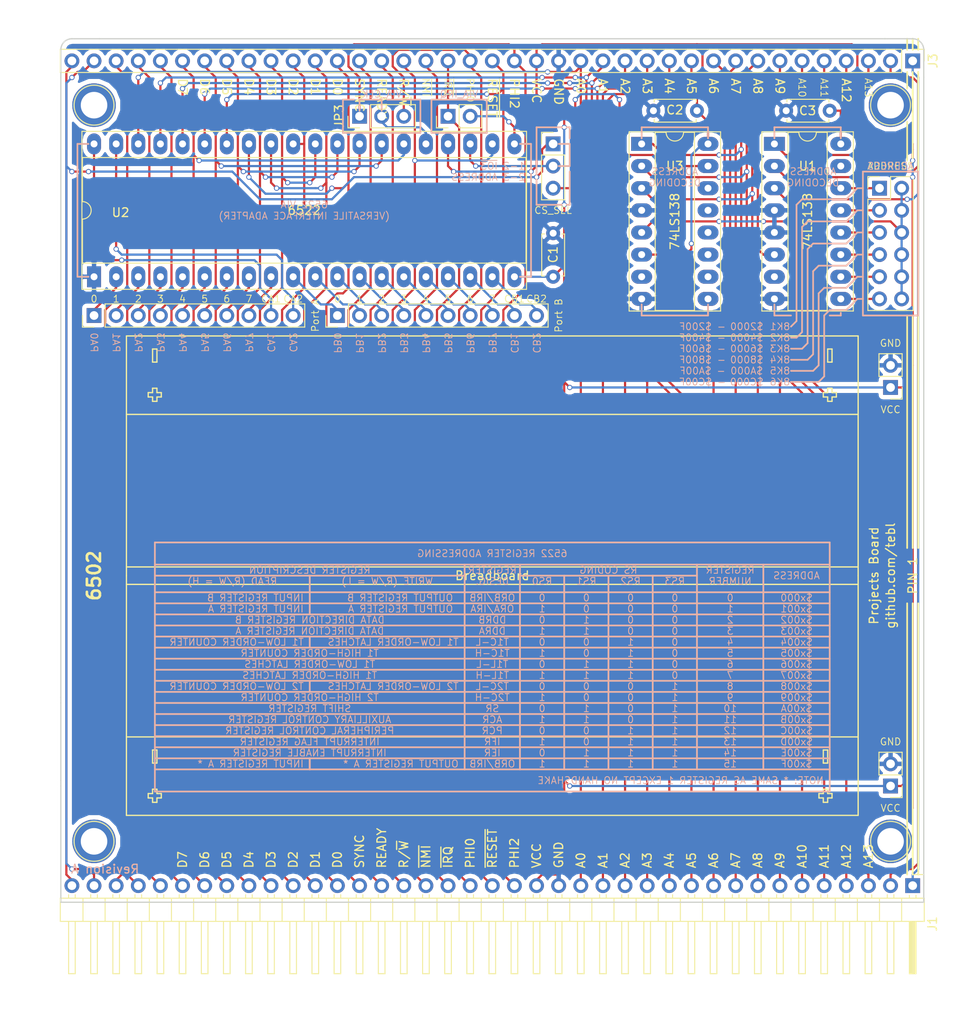
<source format=kicad_pcb>
(kicad_pcb (version 4) (host pcbnew 4.0.7)
  (layers (0 F.Cu signal) (31 B.Cu signal) (34 B.Paste user) (35 F.Paste user) (36 B.SilkS user) (37 F.SilkS user) (38 B.Mask user) (39 F.Mask user) (44 Edge.Cuts user))
  (net 0 "")
  (net 1 GND)
  (net 2 VCC)
  (net 3 /A15)
  (net 4 /A14)
  (net 5 /A13)
  (net 6 /A12)
  (net 7 /A11)
  (net 8 /A10)
  (net 9 /A9)
  (net 10 /A8)
  (net 11 /A7)
  (net 12 /A6)
  (net 13 /A5)
  (net 14 /A4)
  (net 15 /A3)
  (net 16 /A2)
  (net 17 /A1)
  (net 18 /A0)
  (net 19 /~IRQ)
  (net 20 /~NMI)
  (net 21 /R/~W)
  (net 22 /~RDY)
  (net 23 /SYNC)
  (net 24 /D0)
  (net 25 /D1)
  (net 26 /D2)
  (net 27 /D3)
  (net 28 /D4)
  (net 29 /D5)
  (net 30 /D6)
  (net 31 /D7)
  (net 32 /~RESET)
  (net 33 /PIN35)
  (net 34 /PIN36)
  (net 35 /PIN37)
  (net 36 /PIN39)
  (net 37 /PHI2)
  (net 38 /PHI0)
  (net 39 /~IO3)
  (net 40 /8K1)
  (net 41 "Net-(J4-Pad10)")
  (net 42 /8K2)
  (net 43 /8K3)
  (net 44 /8K4)
  (net 45 /8K5)
  (net 46 /8K6)
  (net 47 "Net-(J5-Pad1)")
  (net 48 "Net-(J5-Pad2)")
  (net 49 "Net-(J5-Pad3)")
  (net 50 "Net-(J5-Pad4)")
  (net 51 "Net-(J5-Pad5)")
  (net 52 "Net-(J5-Pad6)")
  (net 53 "Net-(J5-Pad7)")
  (net 54 "Net-(J5-Pad8)")
  (net 55 "Net-(J5-Pad9)")
  (net 56 "Net-(J5-Pad10)")
  (net 57 "Net-(J6-Pad1)")
  (net 58 "Net-(J6-Pad2)")
  (net 59 "Net-(J6-Pad3)")
  (net 60 "Net-(J6-Pad4)")
  (net 61 "Net-(J6-Pad5)")
  (net 62 "Net-(J6-Pad6)")
  (net 63 "Net-(J6-Pad7)")
  (net 64 "Net-(J6-Pad8)")
  (net 65 "Net-(J6-Pad9)")
  (net 66 "Net-(J6-Pad10)")
  (net 67 "Net-(JP2-Pad3)")
  (net 68 ~6522_CS)
  (net 69 "Net-(JP3-Pad2)")
  (net 70 "Net-(JP1-Pad2)")
  (module Pin_Headers:Pin_Header_Angled_1x39_Pitch2.54mm (layer F.Cu) (at 198.12 145.415 270)
    (fp_text reference J1 (at 4.385 -2.27 270) (layer F.SilkS))
    (fp_text value Signals)
    (pad 1 thru_hole rect (at 0 0 270) (size 1.7 1.7) (drill 1) (layers *.Cu *.Mask) (net 3 /A15))
    (pad 2 thru_hole oval (at 0 2.54 270) (size 1.7 1.7) (drill 1) (layers *.Cu *.Mask) (net 4 /A14))
    (pad 3 thru_hole oval (at 0 5.08 270) (size 1.7 1.7) (drill 1) (layers *.Cu *.Mask) (net 5 /A13))
    (pad 4 thru_hole oval (at 0 7.62 270) (size 1.7 1.7) (drill 1) (layers *.Cu *.Mask) (net 6 /A12))
    (pad 5 thru_hole oval (at 0 10.16 270) (size 1.7 1.7) (drill 1) (layers *.Cu *.Mask) (net 7 /A11))
    (pad 6 thru_hole oval (at 0 12.7 270) (size 1.7 1.7) (drill 1) (layers *.Cu *.Mask) (net 8 /A10))
    (pad 7 thru_hole oval (at 0 15.24 270) (size 1.7 1.7) (drill 1) (layers *.Cu *.Mask) (net 9 /A9))
    (pad 8 thru_hole oval (at 0 17.78 270) (size 1.7 1.7) (drill 1) (layers *.Cu *.Mask) (net 10 /A8))
    (pad 9 thru_hole oval (at 0 20.32 270) (size 1.7 1.7) (drill 1) (layers *.Cu *.Mask) (net 11 /A7))
    (pad 10 thru_hole oval (at 0 22.86 270) (size 1.7 1.7) (drill 1) (layers *.Cu *.Mask) (net 12 /A6))
    (pad 11 thru_hole oval (at 0 25.4 270) (size 1.7 1.7) (drill 1) (layers *.Cu *.Mask) (net 13 /A5))
    (pad 12 thru_hole oval (at 0 27.94 270) (size 1.7 1.7) (drill 1) (layers *.Cu *.Mask) (net 14 /A4))
    (pad 13 thru_hole oval (at 0 30.48 270) (size 1.7 1.7) (drill 1) (layers *.Cu *.Mask) (net 15 /A3))
    (pad 14 thru_hole oval (at 0 33.02 270) (size 1.7 1.7) (drill 1) (layers *.Cu *.Mask) (net 16 /A2))
    (pad 15 thru_hole oval (at 0 35.56 270) (size 1.7 1.7) (drill 1) (layers *.Cu *.Mask) (net 17 /A1))
    (pad 16 thru_hole oval (at 0 38.1 270) (size 1.7 1.7) (drill 1) (layers *.Cu *.Mask) (net 18 /A0))
    (pad 17 thru_hole oval (at 0 40.64 270) (size 1.7 1.7) (drill 1) (layers *.Cu *.Mask) (net 1 GND))
    (pad 18 thru_hole oval (at 0 43.18 270) (size 1.7 1.7) (drill 1) (layers *.Cu *.Mask) (net 2 VCC))
    (pad 19 thru_hole oval (at 0 45.72 270) (size 1.7 1.7) (drill 1) (layers *.Cu *.Mask) (net 37 /PHI2))
    (pad 20 thru_hole oval (at 0 48.26 270) (size 1.7 1.7) (drill 1) (layers *.Cu *.Mask) (net 32 /~RESET))
    (pad 21 thru_hole oval (at 0 50.8 270) (size 1.7 1.7) (drill 1) (layers *.Cu *.Mask) (net 38 /PHI0))
    (pad 22 thru_hole oval (at 0 53.34 270) (size 1.7 1.7) (drill 1) (layers *.Cu *.Mask) (net 19 /~IRQ))
    (pad 23 thru_hole oval (at 0 55.88 270) (size 1.7 1.7) (drill 1) (layers *.Cu *.Mask) (net 20 /~NMI))
    (pad 24 thru_hole oval (at 0 58.42 270) (size 1.7 1.7) (drill 1) (layers *.Cu *.Mask) (net 21 /R/~W))
    (pad 25 thru_hole oval (at 0 60.96 270) (size 1.7 1.7) (drill 1) (layers *.Cu *.Mask) (net 22 /~RDY))
    (pad 26 thru_hole oval (at 0 63.5 270) (size 1.7 1.7) (drill 1) (layers *.Cu *.Mask) (net 23 /SYNC))
    (pad 27 thru_hole oval (at 0 66.04 270) (size 1.7 1.7) (drill 1) (layers *.Cu *.Mask) (net 24 /D0))
    (pad 28 thru_hole oval (at 0 68.58 270) (size 1.7 1.7) (drill 1) (layers *.Cu *.Mask) (net 25 /D1))
    (pad 29 thru_hole oval (at 0 71.12 270) (size 1.7 1.7) (drill 1) (layers *.Cu *.Mask) (net 26 /D2))
    (pad 30 thru_hole oval (at 0 73.66 270) (size 1.7 1.7) (drill 1) (layers *.Cu *.Mask) (net 27 /D3))
    (pad 31 thru_hole oval (at 0 76.2 270) (size 1.7 1.7) (drill 1) (layers *.Cu *.Mask) (net 28 /D4))
    (pad 32 thru_hole oval (at 0 78.74 270) (size 1.7 1.7) (drill 1) (layers *.Cu *.Mask) (net 29 /D5))
    (pad 33 thru_hole oval (at 0 81.28 270) (size 1.7 1.7) (drill 1) (layers *.Cu *.Mask) (net 30 /D6))
    (pad 34 thru_hole oval (at 0 83.82 270) (size 1.7 1.7) (drill 1) (layers *.Cu *.Mask) (net 31 /D7))
    (pad 35 thru_hole oval (at 0 86.36 270) (size 1.7 1.7) (drill 1) (layers *.Cu *.Mask) (net 33 /PIN35))
    (pad 36 thru_hole oval (at 0 88.9 270) (size 1.7 1.7) (drill 1) (layers *.Cu *.Mask) (net 34 /PIN36))
    (pad 37 thru_hole oval (at 0 91.44 270) (size 1.7 1.7) (drill 1) (layers *.Cu *.Mask) (net 35 /PIN37))
    (pad 38 thru_hole oval (at 0 93.98 270) (size 1.7 1.7) (drill 1) (layers *.Cu *.Mask) (net 39 /~IO3))
    (pad 39 thru_hole oval (at 0 96.52 270) (size 1.7 1.7) (drill 1) (layers *.Cu *.Mask) (net 36 /PIN39))
  )
  (module mounting:1pin (layer F.Cu) (at 104.14 140.335 90)
    (fp_text reference M1 hide)
    (fp_text value Mounting hide)
    (pad 1 thru_hole circle (at 0 0 90) (size 5 5) (drill 3.048) (layers *.Cu *.Mask))
  )
  (module mounting:1pin (layer F.Cu) (at 195.58 140.335)
    (fp_text reference M2 hide)
    (fp_text value Mounting hide)
    (pad 1 thru_hole circle (at 0 0) (size 5 5) (drill 3.048) (layers *.Cu *.Mask))
  )
  (module mounting:1pin (layer F.Cu) (at 195.58 55.88)
    (fp_text reference M3 hide)
    (fp_text value Mounting hide)
    (pad 1 thru_hole circle (at 0 0) (size 5 5) (drill 3.048) (layers *.Cu *.Mask))
  )
  (module mounting:1pin (layer F.Cu) (at 104.14 55.88)
    (fp_text reference M4 hide)
    (fp_text value Mounting hide)
    (pad 1 thru_hole circle (at 0 0) (size 5 5) (drill 3.048) (layers *.Cu *.Mask))
  )
  (module Pin_Headers:Pin_Header_Straight_1x39_Pitch2.54mm (layer F.Cu) (at 198.12 50.8 270)
    (fp_text reference J3 (at 0 -2.33 270) (layer F.SilkS))
    (fp_text value SBC)
    (pad 1 thru_hole rect (at 0 0 270) (size 1.7 1.7) (drill 1) (layers *.Cu *.Mask) (net 3 /A15))
    (pad 2 thru_hole oval (at 0 2.54 270) (size 1.7 1.7) (drill 1) (layers *.Cu *.Mask) (net 4 /A14))
    (pad 3 thru_hole oval (at 0 5.08 270) (size 1.7 1.7) (drill 1) (layers *.Cu *.Mask) (net 5 /A13))
    (pad 4 thru_hole oval (at 0 7.62 270) (size 1.7 1.7) (drill 1) (layers *.Cu *.Mask) (net 6 /A12))
    (pad 5 thru_hole oval (at 0 10.16 270) (size 1.7 1.7) (drill 1) (layers *.Cu *.Mask) (net 7 /A11))
    (pad 6 thru_hole oval (at 0 12.7 270) (size 1.7 1.7) (drill 1) (layers *.Cu *.Mask) (net 8 /A10))
    (pad 7 thru_hole oval (at 0 15.24 270) (size 1.7 1.7) (drill 1) (layers *.Cu *.Mask) (net 9 /A9))
    (pad 8 thru_hole oval (at 0 17.78 270) (size 1.7 1.7) (drill 1) (layers *.Cu *.Mask) (net 10 /A8))
    (pad 9 thru_hole oval (at 0 20.32 270) (size 1.7 1.7) (drill 1) (layers *.Cu *.Mask) (net 11 /A7))
    (pad 10 thru_hole oval (at 0 22.86 270) (size 1.7 1.7) (drill 1) (layers *.Cu *.Mask) (net 12 /A6))
    (pad 11 thru_hole oval (at 0 25.4 270) (size 1.7 1.7) (drill 1) (layers *.Cu *.Mask) (net 13 /A5))
    (pad 12 thru_hole oval (at 0 27.94 270) (size 1.7 1.7) (drill 1) (layers *.Cu *.Mask) (net 14 /A4))
    (pad 13 thru_hole oval (at 0 30.48 270) (size 1.7 1.7) (drill 1) (layers *.Cu *.Mask) (net 15 /A3))
    (pad 14 thru_hole oval (at 0 33.02 270) (size 1.7 1.7) (drill 1) (layers *.Cu *.Mask) (net 16 /A2))
    (pad 15 thru_hole oval (at 0 35.56 270) (size 1.7 1.7) (drill 1) (layers *.Cu *.Mask) (net 17 /A1))
    (pad 16 thru_hole oval (at 0 38.1 270) (size 1.7 1.7) (drill 1) (layers *.Cu *.Mask) (net 18 /A0))
    (pad 17 thru_hole oval (at 0 40.64 270) (size 1.7 1.7) (drill 1) (layers *.Cu *.Mask) (net 1 GND))
    (pad 18 thru_hole oval (at 0 43.18 270) (size 1.7 1.7) (drill 1) (layers *.Cu *.Mask) (net 2 VCC))
    (pad 19 thru_hole oval (at 0 45.72 270) (size 1.7 1.7) (drill 1) (layers *.Cu *.Mask) (net 37 /PHI2))
    (pad 20 thru_hole oval (at 0 48.26 270) (size 1.7 1.7) (drill 1) (layers *.Cu *.Mask) (net 32 /~RESET))
    (pad 21 thru_hole oval (at 0 50.8 270) (size 1.7 1.7) (drill 1) (layers *.Cu *.Mask) (net 38 /PHI0))
    (pad 22 thru_hole oval (at 0 53.34 270) (size 1.7 1.7) (drill 1) (layers *.Cu *.Mask) (net 19 /~IRQ))
    (pad 23 thru_hole oval (at 0 55.88 270) (size 1.7 1.7) (drill 1) (layers *.Cu *.Mask) (net 20 /~NMI))
    (pad 24 thru_hole oval (at 0 58.42 270) (size 1.7 1.7) (drill 1) (layers *.Cu *.Mask) (net 21 /R/~W))
    (pad 25 thru_hole oval (at 0 60.96 270) (size 1.7 1.7) (drill 1) (layers *.Cu *.Mask) (net 22 /~RDY))
    (pad 26 thru_hole oval (at 0 63.5 270) (size 1.7 1.7) (drill 1) (layers *.Cu *.Mask) (net 23 /SYNC))
    (pad 27 thru_hole oval (at 0 66.04 270) (size 1.7 1.7) (drill 1) (layers *.Cu *.Mask) (net 24 /D0))
    (pad 28 thru_hole oval (at 0 68.58 270) (size 1.7 1.7) (drill 1) (layers *.Cu *.Mask) (net 25 /D1))
    (pad 29 thru_hole oval (at 0 71.12 270) (size 1.7 1.7) (drill 1) (layers *.Cu *.Mask) (net 26 /D2))
    (pad 30 thru_hole oval (at 0 73.66 270) (size 1.7 1.7) (drill 1) (layers *.Cu *.Mask) (net 27 /D3))
    (pad 31 thru_hole oval (at 0 76.2 270) (size 1.7 1.7) (drill 1) (layers *.Cu *.Mask) (net 28 /D4))
    (pad 32 thru_hole oval (at 0 78.74 270) (size 1.7 1.7) (drill 1) (layers *.Cu *.Mask) (net 29 /D5))
    (pad 33 thru_hole oval (at 0 81.28 270) (size 1.7 1.7) (drill 1) (layers *.Cu *.Mask) (net 30 /D6))
    (pad 34 thru_hole oval (at 0 83.82 270) (size 1.7 1.7) (drill 1) (layers *.Cu *.Mask) (net 31 /D7))
    (pad 35 thru_hole oval (at 0 86.36 270) (size 1.7 1.7) (drill 1) (layers *.Cu *.Mask) (net 33 /PIN35))
    (pad 36 thru_hole oval (at 0 88.9 270) (size 1.7 1.7) (drill 1) (layers *.Cu *.Mask) (net 34 /PIN36))
    (pad 37 thru_hole oval (at 0 91.44 270) (size 1.7 1.7) (drill 1) (layers *.Cu *.Mask) (net 35 /PIN37))
    (pad 38 thru_hole oval (at 0 93.98 270) (size 1.7 1.7) (drill 1) (layers *.Cu *.Mask) (net 39 /~IO3))
    (pad 39 thru_hole oval (at 0 96.52 270) (size 1.7 1.7) (drill 1) (layers *.Cu *.Mask) (net 36 /PIN39))
  )
  (module Capacitors_THT:C_Disc_D4.7mm_W2.5mm_P5.00mm (layer F.Cu) (at 156.845 75.565 90)
    (fp_text reference C1 (at 2.54 0 90) (layer F.SilkS))
    (fp_text value 100nF)
    (pad 1 thru_hole circle (at 0 0 90) (size 1.6 1.6) (drill 0.8) (layers *.Cu *.Mask) (net 2 VCC))
    (pad 2 thru_hole circle (at 5 0 90) (size 1.6 1.6) (drill 0.8) (layers *.Cu *.Mask) (net 1 GND))
  )
  (module Capacitors_THT:C_Disc_D4.7mm_W2.5mm_P5.00mm (layer F.Cu) (at 173.355 56.515 180)
    (fp_text reference C2 (at 2.54 0.084999 180) (layer F.SilkS))
    (fp_text value 100nF)
    (pad 1 thru_hole circle (at 0 0 180) (size 1.6 1.6) (drill 0.8) (layers *.Cu *.Mask) (net 2 VCC))
    (pad 2 thru_hole circle (at 5 0 180) (size 1.6 1.6) (drill 0.8) (layers *.Cu *.Mask) (net 1 GND))
  )
  (module Capacitors_THT:C_Disc_D4.7mm_W2.5mm_P5.00mm (layer F.Cu) (at 188.595 56.515 180)
    (fp_text reference C3 (at 2.54 0 180) (layer F.SilkS))
    (fp_text value 100nF)
    (pad 1 thru_hole circle (at 0 0 180) (size 1.6 1.6) (drill 0.8) (layers *.Cu *.Mask) (net 2 VCC))
    (pad 2 thru_hole circle (at 5 0 180) (size 1.6 1.6) (drill 0.8) (layers *.Cu *.Mask) (net 1 GND))
  )
  (module "breadboard:RND 255-00005" (layer F.Cu) (at 149.86 109.855)
    (fp_text reference BB1)
    (fp_text value Breadboard (at 0 0) (layer F.SilkS))
  )
  (module Pin_Headers:Pin_Header_Straight_2x06_Pitch2.54mm (layer F.Cu) (at 194.31 65.405)
    (fp_text reference J4)
    (fp_text value ADDRESS (at 1.27 -2.54) (layer F.SilkS) (effects (font (size 0.8 0.8) (thickness 0.1))))
    (pad 1 thru_hole rect (at 0 0) (size 1.7 1.7) (drill 1) (layers *.Cu *.Mask) (net 40 /8K1))
    (pad 2 thru_hole oval (at 2.54 0) (size 1.7 1.7) (drill 1) (layers *.Cu *.Mask) (net 41 "Net-(J4-Pad10)"))
    (pad 3 thru_hole oval (at 0 2.54) (size 1.7 1.7) (drill 1) (layers *.Cu *.Mask) (net 42 /8K2))
    (pad 4 thru_hole oval (at 2.54 2.54) (size 1.7 1.7) (drill 1) (layers *.Cu *.Mask) (net 41 "Net-(J4-Pad10)"))
    (pad 5 thru_hole oval (at 0 5.08) (size 1.7 1.7) (drill 1) (layers *.Cu *.Mask) (net 43 /8K3))
    (pad 6 thru_hole oval (at 2.54 5.08) (size 1.7 1.7) (drill 1) (layers *.Cu *.Mask) (net 41 "Net-(J4-Pad10)"))
    (pad 7 thru_hole oval (at 0 7.62) (size 1.7 1.7) (drill 1) (layers *.Cu *.Mask) (net 44 /8K4))
    (pad 8 thru_hole oval (at 2.54 7.62) (size 1.7 1.7) (drill 1) (layers *.Cu *.Mask) (net 41 "Net-(J4-Pad10)"))
    (pad 9 thru_hole oval (at 0 10.16) (size 1.7 1.7) (drill 1) (layers *.Cu *.Mask) (net 45 /8K5))
    (pad 10 thru_hole oval (at 2.54 10.16) (size 1.7 1.7) (drill 1) (layers *.Cu *.Mask) (net 41 "Net-(J4-Pad10)"))
    (pad 11 thru_hole oval (at 0 12.7) (size 1.7 1.7) (drill 1) (layers *.Cu *.Mask) (net 46 /8K6))
    (pad 12 thru_hole oval (at 2.54 12.7) (size 1.7 1.7) (drill 1) (layers *.Cu *.Mask) (net 41 "Net-(J4-Pad10)"))
  )
  (module Pin_Headers:Pin_Header_Straight_1x10_Pitch2.54mm (layer F.Cu) (at 104.14 80.01 90)
    (fp_text reference J5)
    (fp_text value "Port A" (at 0 25.4 90) (layer F.SilkS) (effects (font (size 0.8 0.8) (thickness 0.1))))
    (pad 1 thru_hole rect (at 0 0 90) (size 1.7 1.7) (drill 1) (layers *.Cu *.Mask) (net 47 "Net-(J5-Pad1)"))
    (pad 2 thru_hole oval (at 0 2.54 90) (size 1.7 1.7) (drill 1) (layers *.Cu *.Mask) (net 48 "Net-(J5-Pad2)"))
    (pad 3 thru_hole oval (at 0 5.08 90) (size 1.7 1.7) (drill 1) (layers *.Cu *.Mask) (net 49 "Net-(J5-Pad3)"))
    (pad 4 thru_hole oval (at 0 7.62 90) (size 1.7 1.7) (drill 1) (layers *.Cu *.Mask) (net 50 "Net-(J5-Pad4)"))
    (pad 5 thru_hole oval (at 0 10.16 90) (size 1.7 1.7) (drill 1) (layers *.Cu *.Mask) (net 51 "Net-(J5-Pad5)"))
    (pad 6 thru_hole oval (at 0 12.7 90) (size 1.7 1.7) (drill 1) (layers *.Cu *.Mask) (net 52 "Net-(J5-Pad6)"))
    (pad 7 thru_hole oval (at 0 15.24 90) (size 1.7 1.7) (drill 1) (layers *.Cu *.Mask) (net 53 "Net-(J5-Pad7)"))
    (pad 8 thru_hole oval (at 0 17.78 90) (size 1.7 1.7) (drill 1) (layers *.Cu *.Mask) (net 54 "Net-(J5-Pad8)"))
    (pad 9 thru_hole oval (at 0 20.32 90) (size 1.7 1.7) (drill 1) (layers *.Cu *.Mask) (net 55 "Net-(J5-Pad9)"))
    (pad 10 thru_hole oval (at 0 22.86 90) (size 1.7 1.7) (drill 1) (layers *.Cu *.Mask) (net 56 "Net-(J5-Pad10)"))
  )
  (module Pin_Headers:Pin_Header_Straight_1x10_Pitch2.54mm (layer F.Cu) (at 132.08 80.01 90)
    (fp_text reference J6)
    (fp_text value "Port B" (at 0 25.4 90) (layer F.SilkS) (effects (font (size 0.8 0.8) (thickness 0.1))))
    (pad 1 thru_hole rect (at 0 0 90) (size 1.7 1.7) (drill 1) (layers *.Cu *.Mask) (net 57 "Net-(J6-Pad1)"))
    (pad 2 thru_hole oval (at 0 2.54 90) (size 1.7 1.7) (drill 1) (layers *.Cu *.Mask) (net 58 "Net-(J6-Pad2)"))
    (pad 3 thru_hole oval (at 0 5.08 90) (size 1.7 1.7) (drill 1) (layers *.Cu *.Mask) (net 59 "Net-(J6-Pad3)"))
    (pad 4 thru_hole oval (at 0 7.62 90) (size 1.7 1.7) (drill 1) (layers *.Cu *.Mask) (net 60 "Net-(J6-Pad4)"))
    (pad 5 thru_hole oval (at 0 10.16 90) (size 1.7 1.7) (drill 1) (layers *.Cu *.Mask) (net 61 "Net-(J6-Pad5)"))
    (pad 6 thru_hole oval (at 0 12.7 90) (size 1.7 1.7) (drill 1) (layers *.Cu *.Mask) (net 62 "Net-(J6-Pad6)"))
    (pad 7 thru_hole oval (at 0 15.24 90) (size 1.7 1.7) (drill 1) (layers *.Cu *.Mask) (net 63 "Net-(J6-Pad7)"))
    (pad 8 thru_hole oval (at 0 17.78 90) (size 1.7 1.7) (drill 1) (layers *.Cu *.Mask) (net 64 "Net-(J6-Pad8)"))
    (pad 9 thru_hole oval (at 0 20.32 90) (size 1.7 1.7) (drill 1) (layers *.Cu *.Mask) (net 65 "Net-(J6-Pad9)"))
    (pad 10 thru_hole oval (at 0 22.86 90) (size 1.7 1.7) (drill 1) (layers *.Cu *.Mask) (net 66 "Net-(J6-Pad10)"))
  )
  (module Pin_Headers:Pin_Header_Straight_1x02_Pitch2.54mm (layer F.Cu) (at 195.58 133.985 180)
    (fp_text reference J7)
    (fp_text value PWR1)
    (pad 1 thru_hole rect (at 0 0 180) (size 1.7 1.7) (drill 1) (layers *.Cu *.Mask) (net 2 VCC))
    (pad 2 thru_hole oval (at 0 2.54 180) (size 1.7 1.7) (drill 1) (layers *.Cu *.Mask) (net 1 GND))
  )
  (module Pin_Headers:Pin_Header_Straight_1x02_Pitch2.54mm (layer F.Cu) (at 195.58 88.265 180)
    (fp_text reference J8)
    (fp_text value PWR2)
    (pad 1 thru_hole rect (at 0 0 180) (size 1.7 1.7) (drill 1) (layers *.Cu *.Mask) (net 2 VCC))
    (pad 2 thru_hole oval (at 0 2.54 180) (size 1.7 1.7) (drill 1) (layers *.Cu *.Mask) (net 1 GND))
  )
  (module Pin_Headers:Pin_Header_Straight_1x02_Pitch2.54mm (layer F.Cu) (at 144.78 57.15 90)
    (fp_text reference JP1)
    (fp_text value VIA_IRQ)
    (pad 1 thru_hole rect (at 0 0 90) (size 1.7 1.7) (drill 1) (layers *.Cu *.Mask) (net 19 /~IRQ))
    (pad 2 thru_hole oval (at 0 2.54 90) (size 1.7 1.7) (drill 1) (layers *.Cu *.Mask) (net 70 "Net-(JP1-Pad2)"))
  )
  (module Pin_Headers:Pin_Header_Straight_1x03_Pitch2.54mm (layer F.Cu) (at 156.845 60.325)
    (fp_text reference JP2)
    (fp_text value CS_SEL (at 0 7.62 180) (layer F.SilkS) (effects (font (size 0.8 0.8) (thickness 0.1))))
    (pad 1 thru_hole rect (at 0 0) (size 1.7 1.7) (drill 1) (layers *.Cu *.Mask) (net 39 /~IO3))
    (pad 2 thru_hole oval (at 0 2.54) (size 1.7 1.7) (drill 1) (layers *.Cu *.Mask) (net 68 ~6522_CS))
    (pad 3 thru_hole oval (at 0 5.08) (size 1.7 1.7) (drill 1) (layers *.Cu *.Mask) (net 67 "Net-(JP2-Pad3)"))
  )
  (module Housings_DIP:DIP-16_W7.62mm_Socket_LongPads (layer F.Cu) (at 182.245 60.325)
    (fp_text reference U1 (at 3.81 2.54 180) (layer F.SilkS))
    (fp_text value 74LS138 (at 3.81 8.89 90) (layer F.SilkS))
    (pad 1 thru_hole rect (at 0 0) (size 2.4 1.6) (drill 0.8) (layers *.Cu *.Mask) (net 5 /A13))
    (pad 9 thru_hole oval (at 7.62 17.78) (size 2.4 1.6) (drill 0.8) (layers *.Cu *.Mask) (net 46 /8K6))
    (pad 2 thru_hole oval (at 0 2.54) (size 2.4 1.6) (drill 0.8) (layers *.Cu *.Mask) (net 4 /A14))
    (pad 10 thru_hole oval (at 7.62 15.24) (size 2.4 1.6) (drill 0.8) (layers *.Cu *.Mask) (net 45 /8K5))
    (pad 3 thru_hole oval (at 0 5.08) (size 2.4 1.6) (drill 0.8) (layers *.Cu *.Mask) (net 3 /A15))
    (pad 11 thru_hole oval (at 7.62 12.7) (size 2.4 1.6) (drill 0.8) (layers *.Cu *.Mask) (net 44 /8K4))
    (pad 4 thru_hole oval (at 0 7.62) (size 2.4 1.6) (drill 0.8) (layers *.Cu *.Mask) (net 1 GND))
    (pad 12 thru_hole oval (at 7.62 10.16) (size 2.4 1.6) (drill 0.8) (layers *.Cu *.Mask) (net 43 /8K3))
    (pad 5 thru_hole oval (at 0 10.16) (size 2.4 1.6) (drill 0.8) (layers *.Cu *.Mask) (net 1 GND))
    (pad 13 thru_hole oval (at 7.62 7.62) (size 2.4 1.6) (drill 0.8) (layers *.Cu *.Mask) (net 42 /8K2))
    (pad 6 thru_hole oval (at 0 12.7) (size 2.4 1.6) (drill 0.8) (layers *.Cu *.Mask) (net 6 /A12))
    (pad 14 thru_hole oval (at 7.62 5.08) (size 2.4 1.6) (drill 0.8) (layers *.Cu *.Mask) (net 40 /8K1))
    (pad 7 thru_hole oval (at 0 15.24) (size 2.4 1.6) (drill 0.8) (layers *.Cu *.Mask))
    (pad 15 thru_hole oval (at 7.62 2.54) (size 2.4 1.6) (drill 0.8) (layers *.Cu *.Mask))
    (pad 8 thru_hole oval (at 0 17.78) (size 2.4 1.6) (drill 0.8) (layers *.Cu *.Mask) (net 1 GND))
    (pad 16 thru_hole oval (at 7.62 0) (size 2.4 1.6) (drill 0.8) (layers *.Cu *.Mask) (net 2 VCC))
  )
  (module Housings_DIP:DIP-40_W15.24mm_Socket_LongPads (layer F.Cu) (at 104.14 75.565 90)
    (fp_text reference U2 (at 7.366 3.048 180) (layer F.SilkS))
    (fp_text value 6522 (at 7.62 24.13 180) (layer F.SilkS))
    (pad 1 thru_hole rect (at 0 0 90) (size 2.4 1.6) (drill 0.8) (layers *.Cu *.Mask) (net 1 GND))
    (pad 21 thru_hole oval (at 15.24 48.26 90) (size 2.4 1.6) (drill 0.8) (layers *.Cu *.Mask) (net 70 "Net-(JP1-Pad2)"))
    (pad 2 thru_hole oval (at 0 2.54 90) (size 2.4 1.6) (drill 0.8) (layers *.Cu *.Mask) (net 47 "Net-(J5-Pad1)"))
    (pad 22 thru_hole oval (at 15.24 45.72 90) (size 2.4 1.6) (drill 0.8) (layers *.Cu *.Mask) (net 21 /R/~W))
    (pad 3 thru_hole oval (at 0 5.08 90) (size 2.4 1.6) (drill 0.8) (layers *.Cu *.Mask) (net 48 "Net-(J5-Pad2)"))
    (pad 23 thru_hole oval (at 15.24 43.18 90) (size 2.4 1.6) (drill 0.8) (layers *.Cu *.Mask) (net 68 ~6522_CS))
    (pad 4 thru_hole oval (at 0 7.62 90) (size 2.4 1.6) (drill 0.8) (layers *.Cu *.Mask) (net 49 "Net-(J5-Pad3)"))
    (pad 24 thru_hole oval (at 15.24 40.64 90) (size 2.4 1.6) (drill 0.8) (layers *.Cu *.Mask) (net 2 VCC))
    (pad 5 thru_hole oval (at 0 10.16 90) (size 2.4 1.6) (drill 0.8) (layers *.Cu *.Mask) (net 50 "Net-(J5-Pad4)"))
    (pad 25 thru_hole oval (at 15.24 38.1 90) (size 2.4 1.6) (drill 0.8) (layers *.Cu *.Mask) (net 69 "Net-(JP3-Pad2)"))
    (pad 6 thru_hole oval (at 0 12.7 90) (size 2.4 1.6) (drill 0.8) (layers *.Cu *.Mask) (net 51 "Net-(J5-Pad5)"))
    (pad 26 thru_hole oval (at 15.24 35.56 90) (size 2.4 1.6) (drill 0.8) (layers *.Cu *.Mask) (net 31 /D7))
    (pad 7 thru_hole oval (at 0 15.24 90) (size 2.4 1.6) (drill 0.8) (layers *.Cu *.Mask) (net 52 "Net-(J5-Pad6)"))
    (pad 27 thru_hole oval (at 15.24 33.02 90) (size 2.4 1.6) (drill 0.8) (layers *.Cu *.Mask) (net 30 /D6))
    (pad 8 thru_hole oval (at 0 17.78 90) (size 2.4 1.6) (drill 0.8) (layers *.Cu *.Mask) (net 53 "Net-(J5-Pad7)"))
    (pad 28 thru_hole oval (at 15.24 30.48 90) (size 2.4 1.6) (drill 0.8) (layers *.Cu *.Mask) (net 29 /D5))
    (pad 9 thru_hole oval (at 0 20.32 90) (size 2.4 1.6) (drill 0.8) (layers *.Cu *.Mask) (net 54 "Net-(J5-Pad8)"))
    (pad 29 thru_hole oval (at 15.24 27.94 90) (size 2.4 1.6) (drill 0.8) (layers *.Cu *.Mask) (net 28 /D4))
    (pad 10 thru_hole oval (at 0 22.86 90) (size 2.4 1.6) (drill 0.8) (layers *.Cu *.Mask) (net 57 "Net-(J6-Pad1)"))
    (pad 30 thru_hole oval (at 15.24 25.4 90) (size 2.4 1.6) (drill 0.8) (layers *.Cu *.Mask) (net 27 /D3))
    (pad 11 thru_hole oval (at 0 25.4 90) (size 2.4 1.6) (drill 0.8) (layers *.Cu *.Mask) (net 58 "Net-(J6-Pad2)"))
    (pad 31 thru_hole oval (at 15.24 22.86 90) (size 2.4 1.6) (drill 0.8) (layers *.Cu *.Mask) (net 26 /D2))
    (pad 12 thru_hole oval (at 0 27.94 90) (size 2.4 1.6) (drill 0.8) (layers *.Cu *.Mask) (net 59 "Net-(J6-Pad3)"))
    (pad 32 thru_hole oval (at 15.24 20.32 90) (size 2.4 1.6) (drill 0.8) (layers *.Cu *.Mask) (net 25 /D1))
    (pad 13 thru_hole oval (at 0 30.48 90) (size 2.4 1.6) (drill 0.8) (layers *.Cu *.Mask) (net 60 "Net-(J6-Pad4)"))
    (pad 33 thru_hole oval (at 15.24 17.78 90) (size 2.4 1.6) (drill 0.8) (layers *.Cu *.Mask) (net 24 /D0))
    (pad 14 thru_hole oval (at 0 33.02 90) (size 2.4 1.6) (drill 0.8) (layers *.Cu *.Mask) (net 61 "Net-(J6-Pad5)"))
    (pad 34 thru_hole oval (at 15.24 15.24 90) (size 2.4 1.6) (drill 0.8) (layers *.Cu *.Mask) (net 32 /~RESET))
    (pad 15 thru_hole oval (at 0 35.56 90) (size 2.4 1.6) (drill 0.8) (layers *.Cu *.Mask) (net 62 "Net-(J6-Pad6)"))
    (pad 35 thru_hole oval (at 15.24 12.7 90) (size 2.4 1.6) (drill 0.8) (layers *.Cu *.Mask) (net 15 /A3))
    (pad 16 thru_hole oval (at 0 38.1 90) (size 2.4 1.6) (drill 0.8) (layers *.Cu *.Mask) (net 63 "Net-(J6-Pad7)"))
    (pad 36 thru_hole oval (at 15.24 10.16 90) (size 2.4 1.6) (drill 0.8) (layers *.Cu *.Mask) (net 16 /A2))
    (pad 17 thru_hole oval (at 0 40.64 90) (size 2.4 1.6) (drill 0.8) (layers *.Cu *.Mask) (net 64 "Net-(J6-Pad8)"))
    (pad 37 thru_hole oval (at 15.24 7.62 90) (size 2.4 1.6) (drill 0.8) (layers *.Cu *.Mask) (net 17 /A1))
    (pad 18 thru_hole oval (at 0 43.18 90) (size 2.4 1.6) (drill 0.8) (layers *.Cu *.Mask) (net 65 "Net-(J6-Pad9)"))
    (pad 38 thru_hole oval (at 15.24 5.08 90) (size 2.4 1.6) (drill 0.8) (layers *.Cu *.Mask) (net 18 /A0))
    (pad 19 thru_hole oval (at 0 45.72 90) (size 2.4 1.6) (drill 0.8) (layers *.Cu *.Mask) (net 66 "Net-(J6-Pad10)"))
    (pad 39 thru_hole oval (at 15.24 2.54 90) (size 2.4 1.6) (drill 0.8) (layers *.Cu *.Mask) (net 56 "Net-(J5-Pad10)"))
    (pad 20 thru_hole oval (at 0 48.26 90) (size 2.4 1.6) (drill 0.8) (layers *.Cu *.Mask) (net 2 VCC))
    (pad 40 thru_hole oval (at 15.24 0 90) (size 2.4 1.6) (drill 0.8) (layers *.Cu *.Mask) (net 55 "Net-(J5-Pad9)"))
  )
  (module Housings_DIP:DIP-16_W7.62mm_Socket_LongPads (layer F.Cu) (at 167.005 60.325)
    (fp_text reference U3 (at 3.81 2.54 180) (layer F.SilkS))
    (fp_text value 74LS138 (at 3.81 8.89 90) (layer F.SilkS))
    (pad 1 thru_hole rect (at 0 0) (size 2.4 1.6) (drill 0.8) (layers *.Cu *.Mask) (net 9 /A9))
    (pad 9 thru_hole oval (at 7.62 17.78) (size 2.4 1.6) (drill 0.8) (layers *.Cu *.Mask))
    (pad 2 thru_hole oval (at 0 2.54) (size 2.4 1.6) (drill 0.8) (layers *.Cu *.Mask) (net 8 /A10))
    (pad 10 thru_hole oval (at 7.62 15.24) (size 2.4 1.6) (drill 0.8) (layers *.Cu *.Mask))
    (pad 3 thru_hole oval (at 0 5.08) (size 2.4 1.6) (drill 0.8) (layers *.Cu *.Mask) (net 7 /A11))
    (pad 11 thru_hole oval (at 7.62 12.7) (size 2.4 1.6) (drill 0.8) (layers *.Cu *.Mask))
    (pad 4 thru_hole oval (at 0 7.62) (size 2.4 1.6) (drill 0.8) (layers *.Cu *.Mask) (net 1 GND))
    (pad 12 thru_hole oval (at 7.62 10.16) (size 2.4 1.6) (drill 0.8) (layers *.Cu *.Mask))
    (pad 5 thru_hole oval (at 0 10.16) (size 2.4 1.6) (drill 0.8) (layers *.Cu *.Mask) (net 41 "Net-(J4-Pad10)"))
    (pad 13 thru_hole oval (at 7.62 7.62) (size 2.4 1.6) (drill 0.8) (layers *.Cu *.Mask))
    (pad 6 thru_hole oval (at 0 12.7) (size 2.4 1.6) (drill 0.8) (layers *.Cu *.Mask) (net 2 VCC))
    (pad 14 thru_hole oval (at 7.62 5.08) (size 2.4 1.6) (drill 0.8) (layers *.Cu *.Mask))
    (pad 7 thru_hole oval (at 0 15.24) (size 2.4 1.6) (drill 0.8) (layers *.Cu *.Mask))
    (pad 15 thru_hole oval (at 7.62 2.54) (size 2.4 1.6) (drill 0.8) (layers *.Cu *.Mask) (net 67 "Net-(JP2-Pad3)"))
    (pad 8 thru_hole oval (at 0 17.78) (size 2.4 1.6) (drill 0.8) (layers *.Cu *.Mask) (net 1 GND))
    (pad 16 thru_hole oval (at 7.62 0) (size 2.4 1.6) (drill 0.8) (layers *.Cu *.Mask) (net 2 VCC))
  )
  (module Pin_Headers:Pin_Header_Straight_1x03_Pitch2.54mm (layer F.Cu) (at 134.62 57.15 90)
    (fp_text reference JP3 (at 0 -2.33 90) (layer F.SilkS))
    (fp_text value VIA_CLK)
    (pad 1 thru_hole rect (at 0 0 90) (size 1.7 1.7) (drill 1) (layers *.Cu *.Mask) (net 37 /PHI2))
    (pad 2 thru_hole oval (at 0 2.54 90) (size 1.7 1.7) (drill 1) (layers *.Cu *.Mask) (net 69 "Net-(JP3-Pad2)"))
    (pad 3 thru_hole oval (at 0 5.08 90) (size 1.7 1.7) (drill 1) (layers *.Cu *.Mask) (net 38 /PHI0))
  )
  (gr_line (start 132.715 59.055) (end 141.605 59.055) (angle 90) (layer B.SilkS) (width 0.2))
  (gr_line (start 132.715 55.245) (end 132.715 59.055) (angle 90) (layer B.SilkS) (width 0.2))
  (gr_line (start 133.985 55.245) (end 132.715 55.245) (angle 90) (layer B.SilkS) (width 0.2))
  (gr_line (start 134.62 55.245) (end 134.62 56.515) (angle 90) (layer B.SilkS) (width 0.2))
  (gr_line (start 137.16 55.245) (end 134.62 55.245) (angle 90) (layer B.SilkS) (width 0.2))
  (gr_line (start 137.16 56.515) (end 137.16 55.245) (angle 90) (layer B.SilkS) (width 0.2))
  (gr_line (start 141.605 55.245) (end 137.795 55.245) (angle 90) (layer B.SilkS) (width 0.2))
  (gr_text VIA_CLK (at 137.16 54.61) (layer B.SilkS) (effects (font (size 0.8 0.8) (thickness 0.1)) (justify mirror)))
  (gr_line (start 141.605 59.055) (end 141.605 55.245) (angle 90) (layer B.SilkS) (width 0.2))
  (gr_text VIA_IRQ (at 146.05 54.61) (layer B.SilkS) (effects (font (size 0.8 0.8) (thickness 0.1)) (justify mirror)))
  (gr_text ADDRESS (at 195.58 62.865) (layer B.SilkS) (effects (font (size 0.8 0.8) (thickness 0.1)) (justify mirror)))
  (gr_text CA2 (at 127 81.915 270) (layer B.SilkS) (effects (font (size 0.8 0.8) (thickness 0.1)) (justify right mirror)))
  (gr_text CA1 (at 124.46 81.915 270) (layer B.SilkS) (effects (font (size 0.8 0.8) (thickness 0.1)) (justify right mirror)))
  (gr_text PA7 (at 121.92 81.915 270) (layer B.SilkS) (effects (font (size 0.8 0.8) (thickness 0.1)) (justify right mirror)))
  (gr_text PA6 (at 119.38 81.915 270) (layer B.SilkS) (effects (font (size 0.8 0.8) (thickness 0.1)) (justify right mirror)))
  (gr_text PA5 (at 116.84 81.915 270) (layer B.SilkS) (effects (font (size 0.8 0.8) (thickness 0.1)) (justify right mirror)))
  (gr_text PA4 (at 114.3 81.915 270) (layer B.SilkS) (effects (font (size 0.8 0.8) (thickness 0.1)) (justify right mirror)))
  (gr_text PA3 (at 111.76 81.915 270) (layer B.SilkS) (effects (font (size 0.8 0.8) (thickness 0.1)) (justify right mirror)))
  (gr_text PA2 (at 109.22 81.915 270) (layer B.SilkS) (effects (font (size 0.8 0.8) (thickness 0.1)) (justify right mirror)))
  (gr_text PA1 (at 106.68 81.915 270) (layer B.SilkS) (effects (font (size 0.8 0.8) (thickness 0.1)) (justify right mirror)))
  (gr_text PA0 (at 104.14 81.915 270) (layer B.SilkS) (effects (font (size 0.8 0.8) (thickness 0.1)) (justify right mirror)))
  (gr_text CB2 (at 154.94 81.915 270) (layer B.SilkS) (effects (font (size 0.8 0.8) (thickness 0.1)) (justify right mirror)))
  (gr_text CB1 (at 152.4 81.915 270) (layer B.SilkS) (effects (font (size 0.8 0.8) (thickness 0.1)) (justify right mirror)))
  (gr_text PB7 (at 149.86 81.915 270) (layer B.SilkS) (effects (font (size 0.8 0.8) (thickness 0.1)) (justify right mirror)))
  (gr_text PB6 (at 147.32 81.915 270) (layer B.SilkS) (effects (font (size 0.8 0.8) (thickness 0.1)) (justify right mirror)))
  (gr_text PB5 (at 144.78 81.915 270) (layer B.SilkS) (effects (font (size 0.8 0.8) (thickness 0.1)) (justify right mirror)))
  (gr_text PB4 (at 142.24 81.915 270) (layer B.SilkS) (effects (font (size 0.8 0.8) (thickness 0.1)) (justify right mirror)))
  (gr_text PB3 (at 139.7 81.915 270) (layer B.SilkS) (effects (font (size 0.8 0.8) (thickness 0.1)) (justify right mirror)))
  (gr_text PB2 (at 137.16 81.915 270) (layer B.SilkS) (effects (font (size 0.8 0.8) (thickness 0.1)) (justify right mirror)))
  (gr_text PB1 (at 134.62 81.915 270) (layer B.SilkS) (effects (font (size 0.8 0.8) (thickness 0.1)) (justify right mirror)))
  (gr_text PB0 (at 132.08 81.915 270) (layer B.SilkS) (effects (font (size 0.8 0.8) (thickness 0.1)) (justify right mirror)))
  (gr_text "2-3 ADDRESS" (at 153.67 64.135) (layer B.SilkS) (effects (font (size 0.8 0.8) (thickness 0.1)) (justify left mirror)))
  (gr_text "1-2 ~IO3" (at 153.67 62.865) (layer B.SilkS) (effects (font (size 0.8 0.8) (thickness 0.1)) (justify left mirror)))
  (gr_text "6522 VIA\n(VERSATILE INTERFACE ADAPTER)" (at 128.27 67.945) (layer B.SilkS) (effects (font (size 0.8 0.8) (thickness 0.1)) (justify mirror)))
  (gr_line (start 189.865 80.01) (end 189.865 79.7) (angle 90) (layer B.SilkS) (width 0.2))
  (gr_line (start 188.595 80.01) (end 189.865 80.01) (angle 90) (layer B.SilkS) (width 0.2))
  (gr_line (start 182.245 80.01) (end 184.15 80.01) (angle 90) (layer B.SilkS) (width 0.2))
  (gr_line (start 182.245 78.74) (end 182.245 80.01) (angle 90) (layer B.SilkS) (width 0.2))
  (gr_line (start 174.625 80.01) (end 174.625 78.74) (angle 90) (layer B.SilkS) (width 0.2))
  (gr_line (start 167.005 80.01) (end 174.625 80.01) (angle 90) (layer B.SilkS) (width 0.2))
  (gr_line (start 167.005 78.74) (end 167.005 80.01) (angle 90) (layer B.SilkS) (width 0.2))
  (gr_line (start 189.865 58.42) (end 189.865 59.69) (angle 90) (layer B.SilkS) (width 0.2))
  (gr_line (start 182.245 58.42) (end 189.865 58.42) (angle 90) (layer B.SilkS) (width 0.2))
  (gr_line (start 182.245 59.69) (end 182.245 58.42) (angle 90) (layer B.SilkS) (width 0.2))
  (gr_line (start 174.625 58.42) (end 174.625 59.69) (angle 90) (layer B.SilkS) (width 0.2))
  (gr_line (start 167.005 58.42) (end 174.625 58.42) (angle 90) (layer B.SilkS) (width 0.2))
  (gr_line (start 167.005 59.69) (end 167.005 58.42) (angle 90) (layer B.SilkS) (width 0.2))
  (gr_text "- $C00F" (at 173.99 87.63) (layer B.SilkS) (effects (font (size 0.8 0.8) (thickness 0.1)) (justify mirror)))
  (gr_text "- $A00F" (at 173.99 86.36) (layer B.SilkS) (effects (font (size 0.8 0.8) (thickness 0.1)) (justify mirror)))
  (gr_text "- $800F" (at 173.99 85.09) (layer B.SilkS) (effects (font (size 0.8 0.8) (thickness 0.1)) (justify mirror)))
  (gr_text "- $600F" (at 173.99 83.82) (layer B.SilkS) (effects (font (size 0.8 0.8) (thickness 0.1)) (justify mirror)))
  (gr_text "- $400F" (at 173.99 82.55) (layer B.SilkS) (effects (font (size 0.8 0.8) (thickness 0.1)) (justify mirror)))
  (gr_text "- $200F" (at 173.99 81.28) (layer B.SilkS) (effects (font (size 0.8 0.8) (thickness 0.1)) (justify mirror)))
  (gr_text $C000 (at 179.07 87.63) (layer B.SilkS) (effects (font (size 0.8 0.8) (thickness 0.1)) (justify mirror)))
  (gr_text $A000 (at 179.07 86.36) (layer B.SilkS) (effects (font (size 0.8 0.8) (thickness 0.1)) (justify mirror)))
  (gr_text $8000 (at 179.07 85.09) (layer B.SilkS) (effects (font (size 0.8 0.8) (thickness 0.1)) (justify mirror)))
  (gr_text $6000 (at 179.07 83.82) (layer B.SilkS) (effects (font (size 0.8 0.8) (thickness 0.1)) (justify mirror)))
  (gr_text $4000 (at 179.07 82.55) (layer B.SilkS) (effects (font (size 0.8 0.8) (thickness 0.1)) (justify mirror)))
  (gr_text $2000 (at 179.07 81.28) (layer B.SilkS) (effects (font (size 0.8 0.8) (thickness 0.1)) (justify mirror)))
  (gr_line (start 187.96 86.995) (end 187.96 80.01) (angle 90) (layer B.SilkS) (width 0.2))
  (gr_line (start 187.325 87.63) (end 187.96 86.995) (angle 90) (layer B.SilkS) (width 0.2))
  (gr_line (start 184.15 87.63) (end 187.325 87.63) (angle 90) (layer B.SilkS) (width 0.2))
  (gr_line (start 186.69 86.36) (end 184.15 86.36) (angle 90) (layer B.SilkS) (width 0.2))
  (gr_line (start 187.325 85.725) (end 186.69 86.36) (angle 90) (layer B.SilkS) (width 0.2))
  (gr_line (start 187.325 77.47) (end 187.325 85.725) (angle 90) (layer B.SilkS) (width 0.2))
  (gr_line (start 186.69 84.455) (end 186.69 74.93) (angle 90) (layer B.SilkS) (width 0.2))
  (gr_line (start 186.055 85.09) (end 186.69 84.455) (angle 90) (layer B.SilkS) (width 0.2))
  (gr_line (start 184.15 85.09) (end 186.055 85.09) (angle 90) (layer B.SilkS) (width 0.2))
  (gr_line (start 185.42 83.82) (end 184.15 83.82) (angle 90) (layer B.SilkS) (width 0.2))
  (gr_line (start 186.055 83.185) (end 185.42 83.82) (angle 90) (layer B.SilkS) (width 0.2))
  (gr_line (start 186.055 72.39) (end 186.055 83.185) (angle 90) (layer B.SilkS) (width 0.2))
  (gr_line (start 184.785 82.55) (end 184.15 82.55) (angle 90) (layer B.SilkS) (width 0.2))
  (gr_line (start 185.42 81.915) (end 184.785 82.55) (angle 90) (layer B.SilkS) (width 0.2))
  (gr_line (start 185.42 69.85) (end 185.42 81.915) (angle 90) (layer B.SilkS) (width 0.2))
  (gr_line (start 184.785 80.645) (end 184.15 81.28) (angle 90) (layer B.SilkS) (width 0.2))
  (gr_line (start 184.785 67.31) (end 184.785 80.645) (angle 90) (layer B.SilkS) (width 0.2))
  (gr_line (start 185.42 66.675) (end 184.785 67.31) (angle 90) (layer B.SilkS) (width 0.2))
  (gr_line (start 188.595 66.675) (end 185.42 66.675) (angle 90) (layer B.SilkS) (width 0.2))
  (gr_line (start 186.055 69.215) (end 185.42 69.85) (angle 90) (layer B.SilkS) (width 0.2))
  (gr_line (start 188.595 69.215) (end 186.055 69.215) (angle 90) (layer B.SilkS) (width 0.2))
  (gr_line (start 186.69 71.755) (end 186.055 72.39) (angle 90) (layer B.SilkS) (width 0.2))
  (gr_line (start 188.595 71.755) (end 186.69 71.755) (angle 90) (layer B.SilkS) (width 0.2))
  (gr_line (start 187.325 74.295) (end 186.69 74.93) (angle 90) (layer B.SilkS) (width 0.2))
  (gr_line (start 188.595 74.295) (end 187.325 74.295) (angle 90) (layer B.SilkS) (width 0.2))
  (gr_line (start 187.96 76.835) (end 187.325 77.47) (angle 90) (layer B.SilkS) (width 0.2))
  (gr_line (start 188.595 76.835) (end 187.96 76.835) (angle 90) (layer B.SilkS) (width 0.2))
  (gr_line (start 188.595 79.375) (end 187.96 80.01) (angle 90) (layer B.SilkS) (width 0.2))
  (gr_line (start 190.5 79.375) (end 188.595 79.375) (angle 90) (layer B.SilkS) (width 0.2))
  (gr_line (start 191.77 78.105) (end 190.5 79.375) (angle 90) (layer B.SilkS) (width 0.2))
  (gr_line (start 192.405 78.105) (end 191.77 78.105) (angle 90) (layer B.SilkS) (width 0.2))
  (gr_line (start 190.5 76.835) (end 188.595 76.835) (angle 90) (layer B.SilkS) (width 0.2))
  (gr_line (start 191.77 75.565) (end 190.5 76.835) (angle 90) (layer B.SilkS) (width 0.2))
  (gr_line (start 192.405 75.565) (end 191.77 75.565) (angle 90) (layer B.SilkS) (width 0.2))
  (gr_line (start 190.5 74.295) (end 188.595 74.295) (angle 90) (layer B.SilkS) (width 0.2))
  (gr_line (start 191.77 73.025) (end 190.5 74.295) (angle 90) (layer B.SilkS) (width 0.2))
  (gr_line (start 192.405 73.025) (end 191.77 73.025) (angle 90) (layer B.SilkS) (width 0.2))
  (gr_line (start 190.5 71.755) (end 188.595 71.755) (angle 90) (layer B.SilkS) (width 0.2))
  (gr_line (start 191.77 70.485) (end 190.5 71.755) (angle 90) (layer B.SilkS) (width 0.2))
  (gr_line (start 192.405 70.485) (end 191.77 70.485) (angle 90) (layer B.SilkS) (width 0.2))
  (gr_line (start 190.5 69.215) (end 188.595 69.215) (angle 90) (layer B.SilkS) (width 0.2))
  (gr_line (start 191.77 67.945) (end 190.5 69.215) (angle 90) (layer B.SilkS) (width 0.2))
  (gr_line (start 192.405 67.945) (end 191.77 67.945) (angle 90) (layer B.SilkS) (width 0.2))
  (gr_line (start 190.5 66.675) (end 188.595 66.675) (angle 90) (layer B.SilkS) (width 0.2))
  (gr_line (start 191.77 65.405) (end 190.5 66.675) (angle 90) (layer B.SilkS) (width 0.2))
  (gr_line (start 192.405 65.405) (end 191.77 65.405) (angle 90) (layer B.SilkS) (width 0.2))
  (gr_text "6522 REGISTER ADDRESSING" (at 149.86 107.315) (layer B.SilkS) (effects (font (size 0.8 0.8) (thickness 0.1)) (justify mirror)))
  (gr_line (start 111.125 106.045) (end 111.125 108.585) (angle 90) (layer B.SilkS) (width 0.2))
  (gr_line (start 188.595 106.045) (end 111.125 106.045) (angle 90) (layer B.SilkS) (width 0.2))
  (gr_line (start 188.595 108.585) (end 188.595 106.045) (angle 90) (layer B.SilkS) (width 0.2))
  (gr_line (start 111.125 134.62) (end 111.125 132.08) (angle 90) (layer B.SilkS) (width 0.2))
  (gr_line (start 188.595 134.62) (end 111.125 134.62) (angle 90) (layer B.SilkS) (width 0.2))
  (gr_line (start 188.595 132.08) (end 188.595 134.62) (angle 90) (layer B.SilkS) (width 0.2))
  (gr_text "NOTE: * SAME AS REGISTER 1 EXCEPT NO HANDSHAKE" (at 187.96 133.35) (layer B.SilkS) (effects (font (size 0.8 0.8) (thickness 0.1)) (justify left mirror)))
  (gr_line (start 146.685 111.76) (end 188.595 111.76) (angle 90) (layer B.SilkS) (width 0.2))
  (gr_line (start 188.595 113.03) (end 146.685 113.03) (angle 90) (layer B.SilkS) (width 0.2))
  (gr_line (start 146.685 114.3) (end 188.595 114.3) (angle 90) (layer B.SilkS) (width 0.2))
  (gr_line (start 188.595 115.57) (end 146.685 115.57) (angle 90) (layer B.SilkS) (width 0.2))
  (gr_line (start 146.685 116.84) (end 188.595 116.84) (angle 90) (layer B.SilkS) (width 0.2))
  (gr_line (start 188.595 118.11) (end 146.685 118.11) (angle 90) (layer B.SilkS) (width 0.2))
  (gr_line (start 146.685 119.38) (end 188.595 119.38) (angle 90) (layer B.SilkS) (width 0.2))
  (gr_line (start 188.595 120.65) (end 146.685 120.65) (angle 90) (layer B.SilkS) (width 0.2))
  (gr_line (start 146.685 121.92) (end 188.595 121.92) (angle 90) (layer B.SilkS) (width 0.2))
  (gr_line (start 188.595 123.19) (end 146.685 123.19) (angle 90) (layer B.SilkS) (width 0.2))
  (gr_line (start 146.685 124.46) (end 188.595 124.46) (angle 90) (layer B.SilkS) (width 0.2))
  (gr_line (start 188.595 125.73) (end 146.685 125.73) (angle 90) (layer B.SilkS) (width 0.2))
  (gr_line (start 146.685 127) (end 188.595 127) (angle 90) (layer B.SilkS) (width 0.2))
  (gr_line (start 188.595 128.27) (end 146.685 128.27) (angle 90) (layer B.SilkS) (width 0.2))
  (gr_line (start 146.685 129.54) (end 188.595 129.54) (angle 90) (layer B.SilkS) (width 0.2))
  (gr_line (start 188.595 130.81) (end 146.685 130.81) (angle 90) (layer B.SilkS) (width 0.2))
  (gr_line (start 146.685 132.08) (end 188.595 132.08) (angle 90) (layer B.SilkS) (width 0.2))
  (gr_line (start 180.975 108.585) (end 188.595 108.585) (angle 90) (layer B.SilkS) (width 0.2))
  (gr_line (start 173.355 108.585) (end 180.975 108.585) (angle 90) (layer B.SilkS) (width 0.2))
  (gr_line (start 153.035 109.855) (end 173.355 109.855) (angle 90) (layer B.SilkS) (width 0.2))
  (gr_line (start 146.685 108.585) (end 173.355 108.585) (angle 90) (layer B.SilkS) (width 0.2))
  (gr_line (start 146.685 108.585) (end 111.125 108.585) (angle 90) (layer B.SilkS) (width 0.2))
  (gr_line (start 111.125 109.855) (end 146.685 109.855) (angle 90) (layer B.SilkS) (width 0.2))
  (gr_line (start 111.125 111.76) (end 146.685 111.76) (angle 90) (layer B.SilkS) (width 0.2))
  (gr_line (start 146.685 113.03) (end 111.125 113.03) (angle 90) (layer B.SilkS) (width 0.2))
  (gr_line (start 111.125 114.3) (end 146.685 114.3) (angle 90) (layer B.SilkS) (width 0.2))
  (gr_line (start 146.685 115.57) (end 111.125 115.57) (angle 90) (layer B.SilkS) (width 0.2))
  (gr_line (start 111.125 116.84) (end 146.685 116.84) (angle 90) (layer B.SilkS) (width 0.2))
  (gr_line (start 146.685 118.11) (end 111.125 118.11) (angle 90) (layer B.SilkS) (width 0.2))
  (gr_line (start 111.125 119.38) (end 146.685 119.38) (angle 90) (layer B.SilkS) (width 0.2))
  (gr_line (start 146.685 120.65) (end 111.125 120.65) (angle 90) (layer B.SilkS) (width 0.2))
  (gr_line (start 111.125 121.92) (end 146.685 121.92) (angle 90) (layer B.SilkS) (width 0.2))
  (gr_line (start 146.685 123.19) (end 111.125 123.19) (angle 90) (layer B.SilkS) (width 0.2))
  (gr_line (start 111.125 124.46) (end 146.685 124.46) (angle 90) (layer B.SilkS) (width 0.2))
  (gr_line (start 146.685 125.73) (end 111.125 125.73) (angle 90) (layer B.SilkS) (width 0.2))
  (gr_line (start 111.125 127) (end 146.685 127) (angle 90) (layer B.SilkS) (width 0.2))
  (gr_line (start 146.685 128.27) (end 111.125 128.27) (angle 90) (layer B.SilkS) (width 0.2))
  (gr_line (start 146.685 129.54) (end 111.125 129.54) (angle 90) (layer B.SilkS) (width 0.2))
  (gr_line (start 111.125 130.81) (end 146.685 130.81) (angle 90) (layer B.SilkS) (width 0.2))
  (gr_line (start 146.685 132.08) (end 111.125 132.08) (angle 90) (layer B.SilkS) (width 0.2))
  (gr_text "REGISTER DESCRIPTION" (at 128.905 109.22) (layer B.SilkS) (effects (font (size 0.8 0.8) (thickness 0.1)) (justify mirror)))
  (gr_line (start 128.905 130.81) (end 128.905 132.08) (angle 90) (layer B.SilkS) (width 0.2))
  (gr_line (start 128.905 121.92) (end 128.905 123.19) (angle 90) (layer B.SilkS) (width 0.2))
  (gr_line (start 128.905 116.84) (end 128.905 118.11) (angle 90) (layer B.SilkS) (width 0.2))
  (gr_line (start 128.905 130.81) (end 128.905 132.08) (angle 90) (layer B.SilkS) (width 0.2))
  (gr_line (start 128.905 114.3) (end 128.905 109.855) (angle 90) (layer B.SilkS) (width 0.2))
  (gr_line (start 111.125 108.585) (end 111.125 132.08) (angle 90) (layer B.SilkS) (width 0.2))
  (gr_line (start 153.035 108.585) (end 153.035 132.08) (angle 90) (layer B.SilkS) (width 0.2))
  (gr_line (start 146.685 132.08) (end 146.685 108.585) (angle 90) (layer B.SilkS) (width 0.2))
  (gr_line (start 158.115 109.855) (end 158.115 132.08) (angle 90) (layer B.SilkS) (width 0.2))
  (gr_line (start 163.195 109.855) (end 163.195 132.08) (angle 90) (layer B.SilkS) (width 0.2))
  (gr_line (start 168.275 109.855) (end 168.275 132.08) (angle 90) (layer B.SilkS) (width 0.2))
  (gr_line (start 173.355 108.585) (end 173.355 132.08) (angle 90) (layer B.SilkS) (width 0.2))
  (gr_line (start 188.595 108.585) (end 188.595 132.08) (angle 90) (layer B.SilkS) (width 0.2))
  (gr_line (start 180.975 108.585) (end 180.975 132.08) (angle 90) (layer B.SilkS) (width 0.2))
  (gr_text $x00F (at 184.785 131.445) (layer B.SilkS) (effects (font (size 0.8 0.8) (thickness 0.1)) (justify mirror)))
  (gr_text $x00E (at 184.785 130.175) (layer B.SilkS) (effects (font (size 0.8 0.8) (thickness 0.1)) (justify mirror)))
  (gr_text $x00D (at 184.785 128.905) (layer B.SilkS) (effects (font (size 0.8 0.8) (thickness 0.1)) (justify mirror)))
  (gr_text $x00C (at 184.785 127.635) (layer B.SilkS) (effects (font (size 0.8 0.8) (thickness 0.1)) (justify mirror)))
  (gr_text $x00B (at 184.785 126.365) (layer B.SilkS) (effects (font (size 0.8 0.8) (thickness 0.1)) (justify mirror)))
  (gr_text $x00A (at 184.785 125.095) (layer B.SilkS) (effects (font (size 0.8 0.8) (thickness 0.1)) (justify mirror)))
  (gr_text $x009 (at 184.785 123.825) (layer B.SilkS) (effects (font (size 0.8 0.8) (thickness 0.1)) (justify mirror)))
  (gr_text $x008 (at 184.785 122.555) (layer B.SilkS) (effects (font (size 0.8 0.8) (thickness 0.1)) (justify mirror)))
  (gr_text $x007 (at 184.785 121.285) (layer B.SilkS) (effects (font (size 0.8 0.8) (thickness 0.1)) (justify mirror)))
  (gr_text $x006 (at 184.785 120.015) (layer B.SilkS) (effects (font (size 0.8 0.8) (thickness 0.1)) (justify mirror)))
  (gr_text $x005 (at 184.785 118.745) (layer B.SilkS) (effects (font (size 0.8 0.8) (thickness 0.1)) (justify mirror)))
  (gr_text $x004 (at 184.785 117.475) (layer B.SilkS) (effects (font (size 0.8 0.8) (thickness 0.1)) (justify mirror)))
  (gr_text $x003 (at 184.785 116.205) (layer B.SilkS) (effects (font (size 0.8 0.8) (thickness 0.1)) (justify mirror)))
  (gr_text $x002 (at 184.785 114.935) (layer B.SilkS) (effects (font (size 0.8 0.8) (thickness 0.1)) (justify mirror)))
  (gr_text ADDRESS (at 184.785 109.855) (layer B.SilkS) (effects (font (size 0.8 0.8) (thickness 0.1)) (justify mirror)))
  (gr_text $x001 (at 184.785 113.665) (layer B.SilkS) (effects (font (size 0.8 0.8) (thickness 0.1)) (justify mirror)))
  (gr_text $x000 (at 184.785 112.395) (layer B.SilkS) (effects (font (size 0.8 0.8) (thickness 0.1)) (justify mirror)))
  (gr_text "INPUT REGISTER A *" (at 128.27 131.445) (layer B.SilkS) (effects (font (size 0.8 0.8) (thickness 0.1)) (justify left mirror)))
  (gr_text "OUTPUT REGISTER A *" (at 146.05 131.445) (layer B.SilkS) (effects (font (size 0.8 0.8) (thickness 0.1)) (justify left mirror)))
  (gr_text "INTERRUPT ENABLE REGISTER" (at 128.905 130.175) (layer B.SilkS) (effects (font (size 0.8 0.8) (thickness 0.1)) (justify mirror)))
  (gr_text "INTERRUPT FLAG REGISTER" (at 128.905 128.905) (layer B.SilkS) (effects (font (size 0.8 0.8) (thickness 0.1)) (justify mirror)))
  (gr_text "PERIPHERAL CONTROL REGISTER" (at 128.905 127.635) (layer B.SilkS) (effects (font (size 0.8 0.8) (thickness 0.1)) (justify mirror)))
  (gr_text "AUXILLIARY CONTROL REGISTER" (at 128.905 126.365) (layer B.SilkS) (effects (font (size 0.8 0.8) (thickness 0.1)) (justify mirror)))
  (gr_text "SHIFT REGISTER" (at 128.905 125.095) (layer B.SilkS) (effects (font (size 0.8 0.8) (thickness 0.1)) (justify mirror)))
  (gr_text "T2 HIGH-ORDER COUNTER" (at 128.905 123.825) (layer B.SilkS) (effects (font (size 0.8 0.8) (thickness 0.1)) (justify mirror)))
  (gr_text "T2 LOW-ORDER COUNTER" (at 128.27 122.555) (layer B.SilkS) (effects (font (size 0.8 0.8) (thickness 0.1)) (justify left mirror)))
  (gr_text "T2 LOW-ORDER LATCHES" (at 146.05 122.555) (layer B.SilkS) (effects (font (size 0.8 0.8) (thickness 0.1)) (justify left mirror)))
  (gr_text "T1 HIGH-ORDER LATCHES" (at 128.905 121.285) (layer B.SilkS) (effects (font (size 0.8 0.8) (thickness 0.1)) (justify mirror)))
  (gr_text "T1 LOW-ORDER LATCHES" (at 128.905 120.015) (layer B.SilkS) (effects (font (size 0.8 0.8) (thickness 0.1)) (justify mirror)))
  (gr_text "T1 HIGH-ORDER COUNTER" (at 128.905 118.745) (layer B.SilkS) (effects (font (size 0.8 0.8) (thickness 0.1)) (justify mirror)))
  (gr_text "T1 LOW-ORDER COUNTER" (at 128.27 117.475) (layer B.SilkS) (effects (font (size 0.8 0.8) (thickness 0.1)) (justify left mirror)))
  (gr_text "T1 LOW-ORDER LATCHES" (at 146.05 117.475) (layer B.SilkS) (effects (font (size 0.8 0.8) (thickness 0.1)) (justify left mirror)))
  (gr_text "DATA DIRECTION REGISTER A" (at 128.905 116.205) (layer B.SilkS) (effects (font (size 0.8 0.8) (thickness 0.1)) (justify mirror)))
  (gr_text "DATA DIRECTION REGISTER B" (at 128.905 114.935) (layer B.SilkS) (effects (font (size 0.8 0.8) (thickness 0.1)) (justify mirror)))
  (gr_text "INPUT REGISTER A" (at 128.27 113.665) (layer B.SilkS) (effects (font (size 0.8 0.8) (thickness 0.1)) (justify left mirror)))
  (gr_text "INPUT REGISTER B" (at 128.27 112.395) (layer B.SilkS) (effects (font (size 0.8 0.8) (thickness 0.1)) (justify left mirror)))
  (gr_text "OUTPUT REGISTER A" (at 145.415 113.665) (layer B.SilkS) (effects (font (size 0.8 0.8) (thickness 0.1)) (justify left mirror)))
  (gr_text "OUTPUT REGISTER B" (at 145.415 112.395) (layer B.SilkS) (effects (font (size 0.8 0.8) (thickness 0.1)) (justify left mirror)))
  (gr_text "READ (R/W = H)" (at 120.015 110.49) (layer B.SilkS) (effects (font (size 0.8 0.8) (thickness 0.1)) (justify mirror)))
  (gr_text "WRITE (R/W = L)" (at 137.795 110.49) (layer B.SilkS) (effects (font (size 0.8 0.8) (thickness 0.1)) (justify mirror)))
  (gr_text ORB/IRB (at 149.86 131.445) (layer B.SilkS) (effects (font (size 0.8 0.8) (thickness 0.1)) (justify mirror)))
  (gr_text IER (at 149.86 130.175) (layer B.SilkS) (effects (font (size 0.8 0.8) (thickness 0.1)) (justify mirror)))
  (gr_text IFR (at 149.86 128.905) (layer B.SilkS) (effects (font (size 0.8 0.8) (thickness 0.1)) (justify mirror)))
  (gr_text PCR (at 149.86 127.635) (layer B.SilkS) (effects (font (size 0.8 0.8) (thickness 0.1)) (justify mirror)))
  (gr_text ACR (at 149.86 126.365) (layer B.SilkS) (effects (font (size 0.8 0.8) (thickness 0.1)) (justify mirror)))
  (gr_text SR (at 149.86 125.095) (layer B.SilkS) (effects (font (size 0.8 0.8) (thickness 0.1)) (justify mirror)))
  (gr_text T2C-H (at 149.86 123.825) (layer B.SilkS) (effects (font (size 0.8 0.8) (thickness 0.1)) (justify mirror)))
  (gr_text T2C-L (at 149.86 122.555) (layer B.SilkS) (effects (font (size 0.8 0.8) (thickness 0.1)) (justify mirror)))
  (gr_text T1L-H (at 149.86 121.285) (layer B.SilkS) (effects (font (size 0.8 0.8) (thickness 0.1)) (justify mirror)))
  (gr_text T1L-L (at 149.86 120.015) (layer B.SilkS) (effects (font (size 0.8 0.8) (thickness 0.1)) (justify mirror)))
  (gr_text T1C-H (at 149.86 118.745) (layer B.SilkS) (effects (font (size 0.8 0.8) (thickness 0.1)) (justify mirror)))
  (gr_text T1C-L (at 149.86 117.475) (layer B.SilkS) (effects (font (size 0.8 0.8) (thickness 0.1)) (justify mirror)))
  (gr_text DDRA (at 149.86 116.205) (layer B.SilkS) (effects (font (size 0.8 0.8) (thickness 0.1)) (justify mirror)))
  (gr_text DDRB (at 149.86 114.935) (layer B.SilkS) (effects (font (size 0.8 0.8) (thickness 0.1)) (justify mirror)))
  (gr_text ORA/IRA (at 149.86 113.665) (layer B.SilkS) (effects (font (size 0.8 0.8) (thickness 0.1)) (justify mirror)))
  (gr_text ORB/IRB (at 149.86 112.395) (layer B.SilkS) (effects (font (size 0.8 0.8) (thickness 0.1)) (justify mirror)))
  (gr_text 1 (at 155.575 113.665) (layer B.SilkS) (effects (font (size 0.8 0.8) (thickness 0.1)) (justify mirror)))
  (gr_text 1 (at 155.575 116.205) (layer B.SilkS) (effects (font (size 0.8 0.8) (thickness 0.1)) (justify mirror)))
  (gr_text 1 (at 155.575 118.745) (layer B.SilkS) (effects (font (size 0.8 0.8) (thickness 0.1)) (justify mirror)))
  (gr_text 1 (at 155.575 121.285) (layer B.SilkS) (effects (font (size 0.8 0.8) (thickness 0.1)) (justify mirror)))
  (gr_text 1 (at 155.575 123.825) (layer B.SilkS) (effects (font (size 0.8 0.8) (thickness 0.1)) (justify mirror)))
  (gr_text 1 (at 155.575 126.365) (layer B.SilkS) (effects (font (size 0.8 0.8) (thickness 0.1)) (justify mirror)))
  (gr_text 1 (at 155.575 128.905) (layer B.SilkS) (effects (font (size 0.8 0.8) (thickness 0.1)) (justify mirror)))
  (gr_text 1 (at 155.575 131.445) (layer B.SilkS) (effects (font (size 0.8 0.8) (thickness 0.1)) (justify mirror)))
  (gr_text 0 (at 155.575 130.175) (layer B.SilkS) (effects (font (size 0.8 0.8) (thickness 0.1)) (justify mirror)))
  (gr_text 0 (at 155.575 127.635) (layer B.SilkS) (effects (font (size 0.8 0.8) (thickness 0.1)) (justify mirror)))
  (gr_text 0 (at 155.575 125.095) (layer B.SilkS) (effects (font (size 0.8 0.8) (thickness 0.1)) (justify mirror)))
  (gr_text 0 (at 155.575 122.555) (layer B.SilkS) (effects (font (size 0.8 0.8) (thickness 0.1)) (justify mirror)))
  (gr_text 0 (at 155.575 120.015) (layer B.SilkS) (effects (font (size 0.8 0.8) (thickness 0.1)) (justify mirror)))
  (gr_text 0 (at 155.575 117.475) (layer B.SilkS) (effects (font (size 0.8 0.8) (thickness 0.1)) (justify mirror)))
  (gr_text 0 (at 155.575 114.935) (layer B.SilkS) (effects (font (size 0.8 0.8) (thickness 0.1)) (justify mirror)))
  (gr_text 0 (at 155.575 112.395) (layer B.SilkS) (effects (font (size 0.8 0.8) (thickness 0.1)) (justify mirror)))
  (gr_text 1 (at 160.655 120.015) (layer B.SilkS) (effects (font (size 0.8 0.8) (thickness 0.1)) (justify mirror)))
  (gr_text 1 (at 160.655 121.285) (layer B.SilkS) (effects (font (size 0.8 0.8) (thickness 0.1)) (justify mirror)))
  (gr_text 1 (at 160.655 125.095) (layer B.SilkS) (effects (font (size 0.8 0.8) (thickness 0.1)) (justify mirror)))
  (gr_text 1 (at 160.655 126.365) (layer B.SilkS) (effects (font (size 0.8 0.8) (thickness 0.1)) (justify mirror)))
  (gr_text 1 (at 160.655 131.445) (layer B.SilkS) (effects (font (size 0.8 0.8) (thickness 0.1)) (justify mirror)))
  (gr_text 1 (at 160.655 130.175) (layer B.SilkS) (effects (font (size 0.8 0.8) (thickness 0.1)) (justify mirror)))
  (gr_text 0 (at 160.655 128.905) (layer B.SilkS) (effects (font (size 0.8 0.8) (thickness 0.1)) (justify mirror)))
  (gr_text 0 (at 160.655 127.635) (layer B.SilkS) (effects (font (size 0.8 0.8) (thickness 0.1)) (justify mirror)))
  (gr_text 0 (at 160.655 123.825) (layer B.SilkS) (effects (font (size 0.8 0.8) (thickness 0.1)) (justify mirror)))
  (gr_text 0 (at 160.655 122.555) (layer B.SilkS) (effects (font (size 0.8 0.8) (thickness 0.1)) (justify mirror)))
  (gr_text 0 (at 160.655 118.745) (layer B.SilkS) (effects (font (size 0.8 0.8) (thickness 0.1)) (justify mirror)))
  (gr_text 0 (at 160.655 117.475) (layer B.SilkS) (effects (font (size 0.8 0.8) (thickness 0.1)) (justify mirror)))
  (gr_text 1 (at 160.655 116.205) (layer B.SilkS) (effects (font (size 0.8 0.8) (thickness 0.1)) (justify mirror)))
  (gr_text 1 (at 160.655 114.935) (layer B.SilkS) (effects (font (size 0.8 0.8) (thickness 0.1)) (justify mirror)))
  (gr_text 0 (at 160.655 113.665) (layer B.SilkS) (effects (font (size 0.8 0.8) (thickness 0.1)) (justify mirror)))
  (gr_text 0 (at 160.655 112.395) (layer B.SilkS) (effects (font (size 0.8 0.8) (thickness 0.1)) (justify mirror)))
  (gr_text 1 (at 165.735 131.445) (layer B.SilkS) (effects (font (size 0.8 0.8) (thickness 0.1)) (justify mirror)))
  (gr_text 1 (at 165.735 130.175) (layer B.SilkS) (effects (font (size 0.8 0.8) (thickness 0.1)) (justify mirror)))
  (gr_text 1 (at 165.735 128.905) (layer B.SilkS) (effects (font (size 0.8 0.8) (thickness 0.1)) (justify mirror)))
  (gr_text 1 (at 165.735 127.635) (layer B.SilkS) (effects (font (size 0.8 0.8) (thickness 0.1)) (justify mirror)))
  (gr_text 0 (at 165.735 126.365) (layer B.SilkS) (effects (font (size 0.8 0.8) (thickness 0.1)) (justify mirror)))
  (gr_text 0 (at 165.735 125.095) (layer B.SilkS) (effects (font (size 0.8 0.8) (thickness 0.1)) (justify mirror)))
  (gr_text 0 (at 165.735 123.825) (layer B.SilkS) (effects (font (size 0.8 0.8) (thickness 0.1)) (justify mirror)))
  (gr_text 0 (at 165.735 122.555) (layer B.SilkS) (effects (font (size 0.8 0.8) (thickness 0.1)) (justify mirror)))
  (gr_text 1 (at 165.735 121.285) (layer B.SilkS) (effects (font (size 0.8 0.8) (thickness 0.1)) (justify mirror)))
  (gr_text 1 (at 165.735 120.015) (layer B.SilkS) (effects (font (size 0.8 0.8) (thickness 0.1)) (justify mirror)))
  (gr_text 1 (at 165.735 118.745) (layer B.SilkS) (effects (font (size 0.8 0.8) (thickness 0.1)) (justify mirror)))
  (gr_text 1 (at 165.735 117.475) (layer B.SilkS) (effects (font (size 0.8 0.8) (thickness 0.1)) (justify mirror)))
  (gr_text 0 (at 165.735 116.205) (layer B.SilkS) (effects (font (size 0.8 0.8) (thickness 0.1)) (justify mirror)))
  (gr_text 0 (at 165.735 114.935) (layer B.SilkS) (effects (font (size 0.8 0.8) (thickness 0.1)) (justify mirror)))
  (gr_text 0 (at 165.735 113.665) (layer B.SilkS) (effects (font (size 0.8 0.8) (thickness 0.1)) (justify mirror)))
  (gr_text 0 (at 165.735 112.395) (layer B.SilkS) (effects (font (size 0.8 0.8) (thickness 0.1)) (justify mirror)))
  (gr_text 1 (at 170.815 131.445) (layer B.SilkS) (effects (font (size 0.8 0.8) (thickness 0.1)) (justify mirror)))
  (gr_text 1 (at 170.815 130.175) (layer B.SilkS) (effects (font (size 0.8 0.8) (thickness 0.1)) (justify mirror)))
  (gr_text 1 (at 170.815 128.905) (layer B.SilkS) (effects (font (size 0.8 0.8) (thickness 0.1)) (justify mirror)))
  (gr_text 1 (at 170.815 127.635) (layer B.SilkS) (effects (font (size 0.8 0.8) (thickness 0.1)) (justify mirror)))
  (gr_text 1 (at 170.815 126.365) (layer B.SilkS) (effects (font (size 0.8 0.8) (thickness 0.1)) (justify mirror)))
  (gr_text 1 (at 170.815 125.095) (layer B.SilkS) (effects (font (size 0.8 0.8) (thickness 0.1)) (justify mirror)))
  (gr_text 1 (at 170.815 123.825) (layer B.SilkS) (effects (font (size 0.8 0.8) (thickness 0.1)) (justify mirror)))
  (gr_text 1 (at 170.815 122.555) (layer B.SilkS) (effects (font (size 0.8 0.8) (thickness 0.1)) (justify mirror)))
  (gr_text 0 (at 170.815 121.285) (layer B.SilkS) (effects (font (size 0.8 0.8) (thickness 0.1)) (justify mirror)))
  (gr_text 0 (at 170.815 120.015) (layer B.SilkS) (effects (font (size 0.8 0.8) (thickness 0.1)) (justify mirror)))
  (gr_text 0 (at 170.815 118.745) (layer B.SilkS) (effects (font (size 0.8 0.8) (thickness 0.1)) (justify mirror)))
  (gr_text 0 (at 170.815 117.475) (layer B.SilkS) (effects (font (size 0.8 0.8) (thickness 0.1)) (justify mirror)))
  (gr_text 0 (at 170.815 116.205) (layer B.SilkS) (effects (font (size 0.8 0.8) (thickness 0.1)) (justify mirror)))
  (gr_text 0 (at 170.815 114.935) (layer B.SilkS) (effects (font (size 0.8 0.8) (thickness 0.1)) (justify mirror)))
  (gr_text 0 (at 170.815 113.665) (layer B.SilkS) (effects (font (size 0.8 0.8) (thickness 0.1)) (justify mirror)))
  (gr_text 0 (at 170.815 112.395) (layer B.SilkS) (effects (font (size 0.8 0.8) (thickness 0.1)) (justify mirror)))
  (gr_text 15 (at 177.165 131.445) (layer B.SilkS) (effects (font (size 0.8 0.8) (thickness 0.1)) (justify mirror)))
  (gr_text 14 (at 177.165 130.175) (layer B.SilkS) (effects (font (size 0.8 0.8) (thickness 0.1)) (justify mirror)))
  (gr_text 13 (at 177.165 128.905) (layer B.SilkS) (effects (font (size 0.8 0.8) (thickness 0.1)) (justify mirror)))
  (gr_text 12 (at 177.165 127.635) (layer B.SilkS) (effects (font (size 0.8 0.8) (thickness 0.1)) (justify mirror)))
  (gr_text 11 (at 177.165 126.365) (layer B.SilkS) (effects (font (size 0.8 0.8) (thickness 0.1)) (justify mirror)))
  (gr_text 10 (at 177.165 125.095) (layer B.SilkS) (effects (font (size 0.8 0.8) (thickness 0.1)) (justify mirror)))
  (gr_text 9 (at 177.165 123.825) (layer B.SilkS) (effects (font (size 0.8 0.8) (thickness 0.1)) (justify mirror)))
  (gr_text 8 (at 177.165 122.555) (layer B.SilkS) (effects (font (size 0.8 0.8) (thickness 0.1)) (justify mirror)))
  (gr_text 7 (at 177.165 121.285) (layer B.SilkS) (effects (font (size 0.8 0.8) (thickness 0.1)) (justify mirror)))
  (gr_text 6 (at 177.165 120.015) (layer B.SilkS) (effects (font (size 0.8 0.8) (thickness 0.1)) (justify mirror)))
  (gr_text 5 (at 177.165 118.745) (layer B.SilkS) (effects (font (size 0.8 0.8) (thickness 0.1)) (justify mirror)))
  (gr_text 4 (at 177.165 117.475) (layer B.SilkS) (effects (font (size 0.8 0.8) (thickness 0.1)) (justify mirror)))
  (gr_text 3 (at 177.165 116.205) (layer B.SilkS) (effects (font (size 0.8 0.8) (thickness 0.1)) (justify mirror)))
  (gr_text 2 (at 177.165 114.935) (layer B.SilkS) (effects (font (size 0.8 0.8) (thickness 0.1)) (justify mirror)))
  (gr_text 1 (at 177.165 113.665) (layer B.SilkS) (effects (font (size 0.8 0.8) (thickness 0.1)) (justify mirror)))
  (gr_text 0 (at 177.165 112.395) (layer B.SilkS) (effects (font (size 0.8 0.8) (thickness 0.1)) (justify mirror)))
  (gr_text "REGISTER\nDESIG." (at 149.86 109.855) (layer B.SilkS) (effects (font (size 0.8 0.8) (thickness 0.1)) (justify mirror)))
  (gr_text RS3 (at 170.815 110.49) (layer B.SilkS) (effects (font (size 0.8 0.8) (thickness 0.1)) (justify mirror)))
  (gr_text RS2 (at 165.735 110.49) (layer B.SilkS) (effects (font (size 0.8 0.8) (thickness 0.1)) (justify mirror)))
  (gr_text RS1 (at 160.655 110.49) (layer B.SilkS) (effects (font (size 0.8 0.8) (thickness 0.1)) (justify mirror)))
  (gr_text RS0 (at 155.575 110.49) (layer B.SilkS) (effects (font (size 0.8 0.8) (thickness 0.1)) (justify mirror)))
  (gr_text "RS CODING" (at 163.195 109.22) (layer B.SilkS) (effects (font (size 0.8 0.8) (thickness 0.1)) (justify mirror)))
  (gr_text "REGISTER\nNUMBER" (at 177.165 109.855) (layer B.SilkS) (effects (font (size 0.8 0.8) (thickness 0.1)) (justify mirror)))
  (gr_text 8K6 (at 182.88 87.63) (layer B.SilkS) (effects (font (size 0.8 0.8) (thickness 0.1)) (justify mirror)))
  (gr_text 8K5 (at 182.88 86.36) (layer B.SilkS) (effects (font (size 0.8 0.8) (thickness 0.1)) (justify mirror)))
  (gr_text 8K4 (at 182.88 85.09) (layer B.SilkS) (effects (font (size 0.8 0.8) (thickness 0.1)) (justify mirror)))
  (gr_text 8K3 (at 182.88 83.82) (layer B.SilkS) (effects (font (size 0.8 0.8) (thickness 0.1)) (justify mirror)))
  (gr_text 8K2 (at 182.88 82.55) (layer B.SilkS) (effects (font (size 0.8 0.8) (thickness 0.1)) (justify mirror)))
  (gr_text 8K1 (at 182.88 81.28) (layer B.SilkS) (effects (font (size 0.8 0.8) (thickness 0.1)) (justify mirror)))
  (gr_text "ADDRESS\nDECODING" (at 186.69 64.135) (layer B.SilkS) (effects (font (size 0.8 0.8) (thickness 0.1)) (justify mirror)))
  (gr_text "ADDRESS\nDECODING" (at 170.815 64.135) (layer B.SilkS) (effects (font (size 0.8 0.8) (thickness 0.1)) (justify mirror)))
  (gr_text CA2 (at 127 78.105) (layer F.SilkS) (effects (font (size 0.8 0.8) (thickness 0.1))))
  (gr_text CA1 (at 124.46 78.105) (layer F.SilkS) (effects (font (size 0.8 0.8) (thickness 0.1))))
  (gr_text CB2 (at 154.94 78.105) (layer F.SilkS) (effects (font (size 0.8 0.8) (thickness 0.1))))
  (gr_text CB1 (at 152.4 78.105) (layer F.SilkS) (effects (font (size 0.8 0.8) (thickness 0.1))))
  (gr_text 7 (at 121.92 78.105) (layer F.SilkS) (effects (font (size 0.8 0.8) (thickness 0.1))))
  (gr_text 6 (at 119.38 78.105) (layer F.SilkS) (effects (font (size 0.8 0.8) (thickness 0.1))))
  (gr_text 5 (at 116.84 78.105) (layer F.SilkS) (effects (font (size 0.8 0.8) (thickness 0.1))))
  (gr_text 4 (at 114.3 78.105) (layer F.SilkS) (effects (font (size 0.8 0.8) (thickness 0.1))))
  (gr_text 3 (at 111.76 78.105) (layer F.SilkS) (effects (font (size 0.8 0.8) (thickness 0.1))))
  (gr_text 2 (at 109.22 78.105) (layer F.SilkS) (effects (font (size 0.8 0.8) (thickness 0.1))))
  (gr_text 1 (at 106.68 78.105) (layer F.SilkS) (effects (font (size 0.8 0.8) (thickness 0.1))))
  (gr_text 0 (at 104.14 78.105) (layer F.SilkS) (effects (font (size 0.8 0.8) (thickness 0.1))))
  (gr_text 1 (at 134.62 78.105) (layer F.SilkS) (effects (font (size 0.8 0.8) (thickness 0.1))))
  (gr_text 2 (at 137.16 78.105) (layer F.SilkS) (effects (font (size 0.8 0.8) (thickness 0.1))))
  (gr_text 3 (at 139.7 78.105) (layer F.SilkS) (effects (font (size 0.8 0.8) (thickness 0.1))))
  (gr_text 4 (at 142.24 78.105) (layer F.SilkS) (effects (font (size 0.8 0.8) (thickness 0.1))))
  (gr_text 5 (at 144.78 78.105) (layer F.SilkS) (effects (font (size 0.8 0.8) (thickness 0.1))))
  (gr_text 6 (at 147.32 78.105) (layer F.SilkS) (effects (font (size 0.8 0.8) (thickness 0.1))))
  (gr_text 7 (at 149.86 78.105) (layer F.SilkS) (effects (font (size 0.8 0.8) (thickness 0.1))))
  (gr_text 0 (at 132.08 78.105) (layer F.SilkS) (effects (font (size 0.8 0.8) (thickness 0.1))))
  (gr_line (start 198.12 62.23) (end 198.12 52.07) (angle 90) (layer F.SilkS) (width 0.2))
  (gr_line (start 197.485 57.785) (end 197.485 62.23) (angle 90) (layer F.SilkS) (width 0.2))
  (gr_text GND (at 195.58 128.905) (layer F.SilkS) (effects (font (size 0.8 0.8) (thickness 0.1))))
  (gr_text VCC (at 195.58 136.525) (layer F.SilkS) (effects (font (size 0.8 0.8) (thickness 0.1))))
  (gr_text GND (at 195.58 83.185) (layer F.SilkS) (effects (font (size 0.8 0.8) (thickness 0.1))))
  (gr_text VCC (at 195.58 90.805) (layer F.SilkS) (effects (font (size 0.8 0.8) (thickness 0.1))))
  (gr_line (start 197.485 52.07) (end 197.485 53.975) (angle 90) (layer F.SilkS) (width 0.2))
  (gr_line (start 198.755 80.01) (end 198.755 52.07) (angle 90) (layer F.SilkS) (width 0.2))
  (gr_line (start 198.755 106.68) (end 198.755 80.01) (angle 90) (layer F.SilkS) (width 0.2))
  (gr_line (start 198.12 80.01) (end 198.12 106.68) (angle 90) (layer F.SilkS) (width 0.2))
  (gr_line (start 197.485 106.68) (end 197.485 80.01) (angle 90) (layer F.SilkS) (width 0.2))
  (gr_line (start 192.405 80.01) (end 192.405 63.5) (angle 90) (layer B.SilkS) (width 0.2))
  (gr_line (start 198.755 80.01) (end 192.405 80.01) (angle 90) (layer B.SilkS) (width 0.2))
  (gr_line (start 198.755 63.5) (end 198.755 80.01) (angle 90) (layer B.SilkS) (width 0.2))
  (gr_line (start 192.405 63.5) (end 198.755 63.5) (angle 90) (layer B.SilkS) (width 0.2))
  (gr_line (start 142.875 59.055) (end 142.875 55.245) (angle 90) (layer B.SilkS) (width 0.2))
  (gr_line (start 149.225 59.055) (end 142.875 59.055) (angle 90) (layer B.SilkS) (width 0.2))
  (gr_line (start 149.225 55.245) (end 149.225 59.055) (angle 90) (layer B.SilkS) (width 0.2))
  (gr_line (start 142.875 55.245) (end 149.225 55.245) (angle 90) (layer B.SilkS) (width 0.2))
  (gr_text PHI0 (at 147.32 52.705 270) (layer F.SilkS) (effects (font (size 0.8 0.8) (thickness 0.1)) (justify left)))
  (gr_text PHI0 (at 147.32 143.51 90) (layer F.SilkS) (effects (font (size 1 1)) (justify left)))
  (gr_line (start 158.75 67.31) (end 158.75 63.5) (angle 90) (layer B.SilkS) (width 0.2))
  (gr_line (start 154.94 67.31) (end 158.75 67.31) (angle 90) (layer B.SilkS) (width 0.2))
  (gr_line (start 154.94 58.42) (end 154.94 67.31) (angle 90) (layer B.SilkS) (width 0.2))
  (gr_line (start 158.75 58.42) (end 154.94 58.42) (angle 90) (layer B.SilkS) (width 0.2))
  (gr_line (start 158.75 59.69) (end 158.75 58.42) (angle 90) (layer B.SilkS) (width 0.2))
  (gr_line (start 158.75 62.865) (end 157.48 62.865) (angle 90) (layer B.SilkS) (width 0.2))
  (gr_line (start 158.75 60.325) (end 158.75 62.865) (angle 90) (layer B.SilkS) (width 0.2))
  (gr_line (start 157.48 60.325) (end 158.75 60.325) (angle 90) (layer B.SilkS) (width 0.2))
  (gr_line (start 154.305 60.325) (end 153.035 60.325) (angle 90) (layer B.SilkS) (width 0.2))
  (gr_line (start 154.305 75.565) (end 154.305 60.325) (angle 90) (layer B.SilkS) (width 0.2))
  (gr_line (start 153.035 75.565) (end 154.305 75.565) (angle 90) (layer B.SilkS) (width 0.2))
  (gr_line (start 102.235 75.565) (end 103.505 75.565) (angle 90) (layer B.SilkS) (width 0.2))
  (gr_line (start 102.235 60.325) (end 102.235 75.565) (angle 90) (layer B.SilkS) (width 0.2))
  (gr_line (start 103.505 60.325) (end 102.235 60.325) (angle 90) (layer B.SilkS) (width 0.2))
  (gr_line (start 100.33 104.775) (end 100.33 92.075) (angle 90) (layer Edge.Cuts) (width 0.15))
  (gr_line (start 100.33 133.35) (end 100.33 124.46) (angle 90) (layer Edge.Cuts) (width 0.15))
  (gr_text A13 (at 193.04 52.705 270) (layer F.SilkS) (effects (font (size 0.8 0.8) (thickness 0.1)) (justify left)))
  (gr_text A12 (at 190.5 52.705 270) (layer F.SilkS) (effects (font (size 1 1)) (justify left)))
  (gr_text A11 (at 187.96 52.705 270) (layer F.SilkS) (effects (font (size 0.8 0.8) (thickness 0.1)) (justify left)))
  (gr_text A10 (at 185.42 52.705 270) (layer F.SilkS) (effects (font (size 0.8 0.8) (thickness 0.1)) (justify left)))
  (gr_text A9 (at 182.88 52.705 270) (layer F.SilkS) (effects (font (size 1 1)) (justify left)))
  (gr_text A8 (at 180.34 52.705 270) (layer F.SilkS) (effects (font (size 1 1)) (justify left)))
  (gr_text A7 (at 177.8 52.705 270) (layer F.SilkS) (effects (font (size 1 1)) (justify left)))
  (gr_text A6 (at 175.26 52.705 270) (layer F.SilkS) (effects (font (size 1 1)) (justify left)))
  (gr_text A5 (at 172.72 52.705 270) (layer F.SilkS) (effects (font (size 1 1)) (justify left)))
  (gr_text A4 (at 170.18 52.705 270) (layer F.SilkS) (effects (font (size 1 1)) (justify left)))
  (gr_text A3 (at 167.64 52.705 270) (layer F.SilkS) (effects (font (size 1 1)) (justify left)))
  (gr_text A2 (at 165.1 52.705 270) (layer F.SilkS) (effects (font (size 1 1)) (justify left)))
  (gr_text A1 (at 162.56 52.705 270) (layer F.SilkS) (effects (font (size 1 1)) (justify left)))
  (gr_text A0 (at 160.02 52.705 270) (layer F.SilkS) (effects (font (size 1 1)) (justify left)))
  (gr_text GND (at 157.48 52.705 270) (layer F.SilkS) (effects (font (size 1 1)) (justify left)))
  (gr_text VCC (at 154.94 52.705 270) (layer F.SilkS) (effects (font (size 1 1)) (justify left)))
  (gr_text PHI2 (at 152.4 52.705 270) (layer F.SilkS) (effects (font (size 1 1)) (justify left)))
  (gr_text ~RESET (at 149.86 52.705 270) (layer F.SilkS) (effects (font (size 1 1)) (justify left)))
  (gr_text ~IRQ (at 144.78 52.705 270) (layer F.SilkS) (effects (font (size 0.8 0.8) (thickness 0.1)) (justify left)))
  (gr_text ~NMI (at 142.24 52.705 270) (layer F.SilkS) (effects (font (size 0.8 0.8) (thickness 0.1)) (justify left)))
  (gr_text R/~W (at 139.7 52.705 270) (layer F.SilkS) (effects (font (size 1 1)) (justify left)))
  (gr_text READY (at 137.16 52.705 270) (layer F.SilkS) (effects (font (size 1 1)) (justify left)))
  (gr_text SYNC (at 134.62 52.705 270) (layer F.SilkS) (effects (font (size 1 1)) (justify left)))
  (gr_text D0 (at 132.08 52.705 270) (layer F.SilkS) (effects (font (size 1 1)) (justify left)))
  (gr_text D1 (at 129.54 52.705 270) (layer F.SilkS) (effects (font (size 1 1)) (justify left)))
  (gr_text D2 (at 127 52.705 270) (layer F.SilkS) (effects (font (size 1 1)) (justify left)))
  (gr_text D3 (at 124.46 52.705 270) (layer F.SilkS) (effects (font (size 1 1)) (justify left)))
  (gr_text D4 (at 121.92 52.705 270) (layer F.SilkS) (effects (font (size 1 1)) (justify left)))
  (gr_text D5 (at 119.38 52.705 270) (layer F.SilkS) (effects (font (size 1 1)) (justify left)))
  (gr_text D6 (at 116.84 52.705 270) (layer F.SilkS) (effects (font (size 1 1)) (justify left)))
  (gr_text D7 (at 114.3 52.705 270) (layer F.SilkS) (effects (font (size 1 1)) (justify left)))
  (gr_text A13 (at 193.04 143.51 90) (layer F.SilkS) (effects (font (size 1 1)) (justify left)))
  (gr_text A12 (at 190.5 143.51 90) (layer F.SilkS) (effects (font (size 1 1)) (justify left)))
  (gr_text A11 (at 187.96 143.51 90) (layer F.SilkS) (effects (font (size 1 1)) (justify left)))
  (gr_text A10 (at 185.42 143.51 90) (layer F.SilkS) (effects (font (size 1 1)) (justify left)))
  (gr_text A9 (at 182.88 143.51 90) (layer F.SilkS) (effects (font (size 1 1)) (justify left)))
  (gr_text A8 (at 180.34 143.51 90) (layer F.SilkS) (effects (font (size 1 1)) (justify left)))
  (gr_text A7 (at 177.8 143.51 90) (layer F.SilkS) (effects (font (size 1 1)) (justify left)))
  (gr_text A6 (at 175.26 143.51 90) (layer F.SilkS) (effects (font (size 1 1)) (justify left)))
  (gr_text A5 (at 172.72 143.51 90) (layer F.SilkS) (effects (font (size 1 1)) (justify left)))
  (gr_text A4 (at 170.18 143.51 90) (layer F.SilkS) (effects (font (size 1 1)) (justify left)))
  (gr_text A3 (at 167.64 143.51 90) (layer F.SilkS) (effects (font (size 1 1)) (justify left)))
  (gr_text A2 (at 165.1 143.51 90) (layer F.SilkS) (effects (font (size 1 1)) (justify left)))
  (gr_text A1 (at 162.56 143.51 90) (layer F.SilkS) (effects (font (size 1 1)) (justify left)))
  (gr_text A0 (at 160.02 143.51 90) (layer F.SilkS) (effects (font (size 1 1)) (justify left)))
  (gr_text GND (at 157.48 143.51 90) (layer F.SilkS) (effects (font (size 1 1)) (justify left)))
  (gr_text VCC (at 154.94 143.51 90) (layer F.SilkS) (effects (font (size 1 1)) (justify left)))
  (gr_text PHI2 (at 152.4 143.51 90) (layer F.SilkS) (effects (font (size 1 1)) (justify left)))
  (gr_text ~RESET (at 149.86 143.51 90) (layer F.SilkS) (effects (font (size 1 1)) (justify left)))
  (gr_text ~IRQ (at 144.78 143.51 90) (layer F.SilkS) (effects (font (size 1 1)) (justify left)))
  (gr_text ~NMI (at 142.24 143.51 90) (layer F.SilkS) (effects (font (size 1 1)) (justify left)))
  (gr_text R/~W (at 139.7 143.51 90) (layer F.SilkS) (effects (font (size 1 1)) (justify left)))
  (gr_text READY (at 137.16 143.51 90) (layer F.SilkS) (effects (font (size 1 1)) (justify left)))
  (gr_text SYNC (at 134.62 143.51 90) (layer F.SilkS) (effects (font (size 1 1)) (justify left)))
  (gr_text D0 (at 132.08 143.51 90) (layer F.SilkS) (effects (font (size 1 1)) (justify left)))
  (gr_text D1 (at 129.54 143.51 90) (layer F.SilkS) (effects (font (size 1 1)) (justify left)))
  (gr_text D2 (at 127 143.51 90) (layer F.SilkS) (effects (font (size 1 1)) (justify left)))
  (gr_text D3 (at 124.46 143.51 90) (layer F.SilkS) (effects (font (size 1 1)) (justify left)))
  (gr_text D4 (at 121.92 143.51 90) (layer F.SilkS) (effects (font (size 1 1)) (justify left)))
  (gr_text D5 (at 119.38 143.51 90) (layer F.SilkS) (effects (font (size 1 1)) (justify left)))
  (gr_text D6 (at 116.84 143.51 90) (layer F.SilkS) (effects (font (size 1 1)) (justify left)))
  (gr_text D7 (at 114.3 143.51 90) (layer F.SilkS) (effects (font (size 1 1)) (justify left)))
  (gr_text "Revision A" (at 105.41 143.51) (layer B.SilkS) (effects (font (size 1 1)) (justify mirror)))
  (gr_text github.com/tebl (at 195.58 109.855 90) (layer F.SilkS) (effects (font (size 1 1))))
  (gr_text "Projects Board" (at 193.675 109.855 90) (layer F.SilkS) (effects (font (size 1 1))))
  (gr_text 6502 (at 104.14 109.855 90) (layer F.SilkS) (effects (font (size 1.5 1.5) (thickness 0.3))))
  (gr_line (start 198.755 113.03) (end 198.755 144.145) (angle 90) (layer F.SilkS) (width 0.2))
  (gr_line (start 198.12 144.145) (end 198.12 113.03) (angle 90) (layer F.SilkS) (width 0.2))
  (gr_line (start 197.485 113.03) (end 197.485 144.145) (angle 90) (layer F.SilkS) (width 0.2))
  (gr_line (start 198.755 48.26) (end 198.755 49.53) (angle 90) (layer F.SilkS) (width 0.2))
  (gr_line (start 198.12 48.26) (end 198.12 49.53) (angle 90) (layer F.SilkS) (width 0.2))
  (gr_line (start 197.485 49.53) (end 197.485 48.26) (angle 90) (layer F.SilkS) (width 0.2))
  (gr_text "PIN 1" (at 198.12 109.855 90) (layer F.SilkS) (effects (font (size 1 1))))
  (gr_line (start 199.39 52.705) (end 199.39 49.53) (angle 90) (layer Edge.Cuts) (width 0.15))
  (gr_line (start 194.945 48.26) (end 198.12 48.26) (angle 90) (layer Edge.Cuts) (width 0.15))
  (gr_line (start 101.6 48.26) (end 104.775 48.26) (angle 90) (layer Edge.Cuts) (width 0.15))
  (gr_line (start 100.33 49.53) (end 100.33 52.705) (angle 90) (layer Edge.Cuts) (width 0.15))
  (gr_arc (start 101.6 49.53) (end 100.33 49.53) (angle 90) (layer Edge.Cuts) (width 0.15))
  (gr_arc (start 198.12 49.53) (end 198.12 48.26) (angle 90) (layer Edge.Cuts) (width 0.15))
  (gr_line (start 100.33 124.46) (end 100.33 123.825) (angle 90) (layer Edge.Cuts) (width 0.15))
  (gr_line (start 100.33 133.985) (end 100.33 133.35) (angle 90) (layer Edge.Cuts) (width 0.15))
  (gr_line (start 100.33 133.985) (end 100.33 147.32) (angle 90) (layer Edge.Cuts) (width 0.15))
  (gr_line (start 100.33 104.775) (end 100.33 123.825) (angle 90) (layer Edge.Cuts) (width 0.15))
  (gr_line (start 100.33 52.705) (end 100.33 92.075) (angle 90) (layer Edge.Cuts) (width 0.15))
  (gr_line (start 104.775 48.26) (end 194.945 48.26) (angle 90) (layer Edge.Cuts) (width 0.15))
  (gr_line (start 199.39 52.705) (end 199.39 147.32) (angle 90) (layer Edge.Cuts) (width 0.15))
  (gr_line (start 199.39 147.32) (end 100.33 147.32) (angle 90) (layer Edge.Cuts) (width 0.15))
  (segment (start 189.865 56.515) (end 191.77 54.61) (width 0.25) (layer F.Cu) (net 2))
  (segment (start 154.94 145.415) (end 154.94 144.78) (width 0.25) (layer F.Cu) (net 2))
  (segment (start 154.94 144.78) (end 155.575 144.145) (width 0.25) (layer F.Cu) (net 2))
  (segment (start 158.115 143.51) (end 158.115 142.875) (width 0.25) (layer F.Cu) (net 2))
  (segment (start 157.48 144.145) (end 158.115 143.51) (width 0.25) (layer F.Cu) (net 2))
  (segment (start 155.575 144.145) (end 157.48 144.145) (width 0.25) (layer F.Cu) (net 2))
  (segment (start 158.115 133.35) (end 158.115 142.875) (width 0.25) (layer F.Cu) (net 2))
  (segment (start 158.115 87.63) (end 158.115 133.35) (width 0.25) (layer F.Cu) (net 2))
  (via (at 158.75 133.985) (size 0.6) (drill 0.4) (layers F.Cu B.Cu) (net 2))
  (segment (start 158.115 133.35) (end 158.75 133.985) (width 0.25) (layer F.Cu) (net 2))
  (segment (start 158.115 74.295) (end 158.115 87.63) (width 0.25) (layer F.Cu) (net 2))
  (via (at 158.75 88.265) (size 0.6) (drill 0.4) (layers F.Cu B.Cu) (net 2))
  (segment (start 158.115 87.63) (end 158.75 88.265) (width 0.25) (layer F.Cu) (net 2))
  (segment (start 156.845 75.565) (end 152.4 75.565) (width 0.25) (layer B.Cu) (net 2))
  (segment (start 156.845 75.565) (end 158.115 74.295) (width 0.25) (layer F.Cu) (net 2))
  (segment (start 158.115 74.295) (end 158.115 67.31) (width 0.25) (layer F.Cu) (net 2))
  (segment (start 155.575 55.245) (end 154.94 54.61) (width 0.25) (layer F.Cu) (net 2))
  (segment (start 156.845 55.245) (end 155.575 55.245) (width 0.25) (layer F.Cu) (net 2))
  (via (at 158.115 67.31) (size 0.6) (drill 0.4) (layers F.Cu B.Cu) (net 2))
  (segment (start 158.115 55.88) (end 157.48 55.245) (width 0.25) (layer F.Cu) (net 2))
  (segment (start 157.48 55.245) (end 156.845 55.245) (width 0.25) (layer F.Cu) (net 2))
  (segment (start 158.115 58.42) (end 158.115 55.88) (width 0.25) (layer F.Cu) (net 2))
  (via (at 158.115 58.42) (size 0.6) (drill 0.4) (layers F.Cu B.Cu) (net 2))
  (segment (start 158.115 67.31) (end 158.115 58.42) (width 0.25) (layer B.Cu) (net 2))
  (segment (start 153.67 63.5) (end 154.305 63.5) (width 0.25) (layer B.Cu) (net 2))
  (segment (start 144.78 60.325) (end 144.78 62.23) (width 0.25) (layer F.Cu) (net 2))
  (via (at 154.305 63.5) (size 0.6) (drill 0.4) (layers F.Cu B.Cu) (net 2))
  (segment (start 154.305 63.5) (end 154.94 62.865) (width 0.25) (layer F.Cu) (net 2))
  (segment (start 154.94 62.865) (end 154.94 54.61) (width 0.25) (layer F.Cu) (net 2))
  (segment (start 144.78 62.23) (end 144.78 62.865) (width 0.25) (layer F.Cu) (net 2))
  (segment (start 145.415 63.5) (end 153.67 63.5) (width 0.25) (layer B.Cu) (net 2))
  (via (at 145.415 63.5) (size 0.6) (drill 0.4) (layers F.Cu B.Cu) (net 2))
  (segment (start 144.78 62.865) (end 145.415 63.5) (width 0.25) (layer F.Cu) (net 2))
  (segment (start 154.94 50.8) (end 154.94 54.61) (width 0.25) (layer F.Cu) (net 2))
  (segment (start 189.865 60.325) (end 189.865 56.515) (width 0.25) (layer F.Cu) (net 2))
  (segment (start 174.625 60.325) (end 174.625 57.785) (width 0.25) (layer F.Cu) (net 2))
  (segment (start 174.625 57.785) (end 173.355 56.515) (width 0.25) (layer F.Cu) (net 2))
  (segment (start 195.58 88.265) (end 158.75 88.265) (width 0.25) (layer B.Cu) (net 2))
  (segment (start 173.355 56.515) (end 173.355 53.34) (width 0.25) (layer F.Cu) (net 2))
  (segment (start 173.355 53.34) (end 173.99 52.705) (width 0.25) (layer F.Cu) (net 2))
  (segment (start 173.99 52.705) (end 173.99 49.53) (width 0.25) (layer F.Cu) (net 2))
  (segment (start 173.99 49.53) (end 173.355 48.895) (width 0.25) (layer F.Cu) (net 2))
  (segment (start 191.135 48.895) (end 173.355 48.895) (width 0.25) (layer F.Cu) (net 2))
  (segment (start 188.595 56.515) (end 189.865 56.515) (width 0.25) (layer F.Cu) (net 2))
  (segment (start 191.77 49.53) (end 191.135 48.895) (width 0.25) (layer F.Cu) (net 2))
  (segment (start 191.77 54.61) (end 191.77 49.53) (width 0.25) (layer F.Cu) (net 2))
  (segment (start 173.355 48.895) (end 155.575 48.895) (width 0.25) (layer F.Cu) (net 2))
  (segment (start 155.575 48.895) (end 154.94 49.53) (width 0.25) (layer F.Cu) (net 2))
  (segment (start 154.94 49.53) (end 154.94 50.8) (width 0.25) (layer F.Cu) (net 2))
  (segment (start 167.005 73.025) (end 172.085 73.025) (width 0.25) (layer F.Cu) (net 2))
  (segment (start 172.72 61.595) (end 173.99 60.325) (width 0.25) (layer B.Cu) (net 2))
  (segment (start 172.72 71.755) (end 172.72 61.595) (width 0.25) (layer B.Cu) (net 2))
  (via (at 172.72 71.755) (size 0.6) (drill 0.4) (layers F.Cu B.Cu) (net 2))
  (segment (start 172.72 72.39) (end 172.72 71.755) (width 0.25) (layer F.Cu) (net 2))
  (segment (start 172.085 73.025) (end 172.72 72.39) (width 0.25) (layer F.Cu) (net 2))
  (segment (start 173.99 60.325) (end 174.625 60.325) (width 0.25) (layer B.Cu) (net 2))
  (segment (start 197.485 88.9) (end 197.485 133.35) (width 0.25) (layer F.Cu) (net 2))
  (segment (start 196.85 88.265) (end 197.485 88.9) (width 0.25) (layer F.Cu) (net 2))
  (segment (start 195.58 88.265) (end 196.85 88.265) (width 0.25) (layer F.Cu) (net 2))
  (segment (start 196.85 133.985) (end 195.58 133.985) (width 0.25) (layer F.Cu) (net 2))
  (segment (start 197.485 133.35) (end 196.85 133.985) (width 0.25) (layer F.Cu) (net 2))
  (segment (start 173.355 56.515) (end 173.355 55.88) (width 0.25) (layer F.Cu) (net 2))
  (segment (start 158.75 133.985) (end 195.58 133.985) (width 0.25) (layer B.Cu) (net 2))
  (via (at 197.485 66.675) (size 0.6) (drill 0.4) (layers F.Cu B.Cu) (net 3))
  (segment (start 197.485 66.675) (end 198.12 66.675) (width 0.25) (layer B.Cu) (net 3))
  (segment (start 182.245 65.405) (end 183.515 66.675) (width 0.25) (layer F.Cu) (net 3))
  (segment (start 198.12 66.675) (end 198.755 66.04) (width 0.25) (layer B.Cu) (net 3))
  (segment (start 183.515 66.675) (end 197.485 66.675) (width 0.25) (layer F.Cu) (net 3))
  (segment (start 198.755 143.51) (end 198.12 144.145) (width 0.25) (layer B.Cu) (net 3))
  (segment (start 198.755 52.705) (end 198.755 66.04) (width 0.25) (layer B.Cu) (net 3))
  (segment (start 198.755 66.04) (end 198.755 143.51) (width 0.25) (layer B.Cu) (net 3))
  (segment (start 198.12 50.8) (end 198.12 52.07) (width 0.25) (layer B.Cu) (net 3))
  (segment (start 198.755 52.705) (end 198.12 52.07) (width 0.25) (layer B.Cu) (net 3))
  (segment (start 198.12 144.145) (end 198.12 145.415) (width 0.25) (layer B.Cu) (net 3))
  (segment (start 198.12 50.8) (end 198.12 51.435) (width 0.25) (layer B.Cu) (net 3))
  (segment (start 198.755 62.865) (end 198.12 63.5) (width 0.25) (layer F.Cu) (net 4))
  (segment (start 191.77 63.5) (end 191.135 64.135) (width 0.25) (layer F.Cu) (net 4))
  (segment (start 198.12 63.5) (end 191.77 63.5) (width 0.25) (layer F.Cu) (net 4))
  (segment (start 182.245 62.865) (end 183.515 64.135) (width 0.25) (layer F.Cu) (net 4))
  (segment (start 183.515 64.135) (end 191.135 64.135) (width 0.25) (layer F.Cu) (net 4))
  (segment (start 198.755 142.875) (end 198.12 143.51) (width 0.25) (layer F.Cu) (net 4))
  (segment (start 195.58 52.07) (end 196.215 52.705) (width 0.25) (layer F.Cu) (net 4))
  (segment (start 196.215 52.705) (end 198.12 52.705) (width 0.25) (layer F.Cu) (net 4))
  (segment (start 198.12 52.705) (end 198.755 53.34) (width 0.25) (layer F.Cu) (net 4))
  (segment (start 198.755 53.34) (end 198.755 62.865) (width 0.25) (layer F.Cu) (net 4))
  (segment (start 198.755 62.865) (end 198.755 63.5) (width 0.25) (layer F.Cu) (net 4))
  (segment (start 198.755 63.5) (end 198.755 142.875) (width 0.25) (layer F.Cu) (net 4))
  (segment (start 195.58 50.8) (end 195.58 52.07) (width 0.25) (layer F.Cu) (net 4))
  (segment (start 195.58 144.145) (end 195.58 145.415) (width 0.25) (layer F.Cu) (net 4))
  (segment (start 196.215 143.51) (end 195.58 144.145) (width 0.25) (layer F.Cu) (net 4))
  (segment (start 198.12 143.51) (end 196.215 143.51) (width 0.25) (layer F.Cu) (net 4))
  (segment (start 192.405 57.785) (end 194.31 59.69) (width 0.25) (layer F.Cu) (net 5))
  (segment (start 192.405 59.055) (end 192.405 60.96) (width 0.25) (layer F.Cu) (net 5))
  (segment (start 192.405 60.96) (end 191.77 61.595) (width 0.25) (layer F.Cu) (net 5))
  (segment (start 182.245 60.325) (end 183.515 61.595) (width 0.25) (layer F.Cu) (net 5))
  (segment (start 183.515 61.595) (end 191.77 61.595) (width 0.25) (layer F.Cu) (net 5))
  (segment (start 198.12 85.725) (end 198.12 136.525) (width 0.25) (layer F.Cu) (net 5))
  (segment (start 198.12 136.525) (end 197.485 137.16) (width 0.25) (layer F.Cu) (net 5))
  (segment (start 197.485 137.16) (end 193.04 137.16) (width 0.25) (layer F.Cu) (net 5))
  (segment (start 193.04 137.16) (end 192.405 137.795) (width 0.25) (layer F.Cu) (net 5))
  (segment (start 192.405 137.795) (end 192.405 143.51) (width 0.25) (layer F.Cu) (net 5))
  (segment (start 192.405 143.51) (end 193.04 144.145) (width 0.25) (layer F.Cu) (net 5))
  (segment (start 193.04 144.145) (end 193.04 145.415) (width 0.25) (layer F.Cu) (net 5))
  (segment (start 198.12 62.23) (end 198.12 64.135) (width 0.25) (layer B.Cu) (net 5))
  (segment (start 194.31 59.69) (end 197.485 59.69) (width 0.25) (layer F.Cu) (net 5))
  (segment (start 197.485 59.69) (end 198.12 60.325) (width 0.25) (layer F.Cu) (net 5))
  (segment (start 198.12 60.96) (end 198.12 62.23) (width 0.25) (layer F.Cu) (net 5))
  (segment (start 198.12 60.325) (end 198.12 60.96) (width 0.25) (layer F.Cu) (net 5))
  (via (at 198.12 62.23) (size 0.6) (drill 0.4) (layers F.Cu B.Cu) (net 5))
  (segment (start 198.12 64.135) (end 198.12 85.725) (width 0.25) (layer F.Cu) (net 5))
  (via (at 198.12 64.135) (size 0.6) (drill 0.4) (layers F.Cu B.Cu) (net 5))
  (segment (start 193.04 50.8) (end 193.04 52.07) (width 0.25) (layer F.Cu) (net 5))
  (segment (start 192.405 52.705) (end 192.405 57.785) (width 0.25) (layer F.Cu) (net 5))
  (segment (start 192.405 57.785) (end 192.405 59.055) (width 0.25) (layer F.Cu) (net 5))
  (segment (start 193.04 52.07) (end 192.405 52.705) (width 0.25) (layer F.Cu) (net 5))
  (segment (start 180.34 80.645) (end 180.34 81.28) (width 0.25) (layer F.Cu) (net 6))
  (segment (start 190.5 91.44) (end 190.5 93.345) (width 0.25) (layer F.Cu) (net 6))
  (segment (start 180.34 81.28) (end 190.5 91.44) (width 0.25) (layer F.Cu) (net 6))
  (segment (start 182.245 73.025) (end 180.975 73.025) (width 0.25) (layer F.Cu) (net 6))
  (segment (start 180.975 73.025) (end 180.34 72.39) (width 0.25) (layer F.Cu) (net 6))
  (segment (start 180.34 55.88) (end 180.34 72.39) (width 0.25) (layer F.Cu) (net 6))
  (segment (start 180.34 72.39) (end 180.34 78.105) (width 0.25) (layer F.Cu) (net 6))
  (segment (start 190.5 145.415) (end 190.5 97.155) (width 0.25) (layer F.Cu) (net 6))
  (segment (start 190.5 97.155) (end 190.5 93.345) (width 0.25) (layer F.Cu) (net 6))
  (segment (start 180.34 78.105) (end 180.34 80.645) (width 0.25) (layer F.Cu) (net 6))
  (segment (start 190.5 53.975) (end 189.865 54.61) (width 0.25) (layer F.Cu) (net 6))
  (segment (start 189.865 54.61) (end 181.61 54.61) (width 0.25) (layer F.Cu) (net 6))
  (segment (start 181.61 54.61) (end 180.34 55.88) (width 0.25) (layer F.Cu) (net 6))
  (segment (start 190.5 53.975) (end 190.5 50.8) (width 0.25) (layer F.Cu) (net 6))
  (segment (start 179.705 81.915) (end 187.96 90.17) (width 0.25) (layer F.Cu) (net 7))
  (segment (start 187.96 90.17) (end 187.96 92.075) (width 0.25) (layer F.Cu) (net 7))
  (segment (start 167.005 65.405) (end 168.275 66.675) (width 0.25) (layer F.Cu) (net 7))
  (via (at 179.705 66.04) (size 0.6) (drill 0.4) (layers F.Cu B.Cu) (net 7))
  (segment (start 179.07 66.675) (end 179.705 66.04) (width 0.25) (layer B.Cu) (net 7))
  (segment (start 175.895 66.675) (end 179.07 66.675) (width 0.25) (layer B.Cu) (net 7))
  (via (at 175.895 66.675) (size 0.6) (drill 0.4) (layers F.Cu B.Cu) (net 7))
  (segment (start 168.275 66.675) (end 175.895 66.675) (width 0.25) (layer F.Cu) (net 7))
  (segment (start 179.705 80.645) (end 179.705 66.04) (width 0.25) (layer F.Cu) (net 7))
  (segment (start 179.705 66.04) (end 179.705 55.245) (width 0.25) (layer F.Cu) (net 7))
  (segment (start 187.96 93.345) (end 187.96 92.075) (width 0.25) (layer F.Cu) (net 7))
  (segment (start 187.96 145.415) (end 187.96 93.345) (width 0.25) (layer F.Cu) (net 7))
  (segment (start 179.705 80.645) (end 179.705 81.915) (width 0.25) (layer F.Cu) (net 7))
  (segment (start 187.96 53.34) (end 187.325 53.975) (width 0.25) (layer F.Cu) (net 7))
  (segment (start 187.325 53.975) (end 180.975 53.975) (width 0.25) (layer F.Cu) (net 7))
  (segment (start 180.975 53.975) (end 179.705 55.245) (width 0.25) (layer F.Cu) (net 7))
  (segment (start 187.96 53.34) (end 187.96 50.8) (width 0.25) (layer F.Cu) (net 7))
  (segment (start 185.42 90.805) (end 185.42 88.9) (width 0.25) (layer F.Cu) (net 8))
  (segment (start 185.42 88.9) (end 179.07 82.55) (width 0.25) (layer F.Cu) (net 8))
  (segment (start 167.005 62.865) (end 168.275 64.135) (width 0.25) (layer F.Cu) (net 8))
  (via (at 179.07 63.5) (size 0.6) (drill 0.4) (layers F.Cu B.Cu) (net 8))
  (segment (start 178.435 64.135) (end 179.07 63.5) (width 0.25) (layer B.Cu) (net 8))
  (segment (start 175.895 64.135) (end 178.435 64.135) (width 0.25) (layer B.Cu) (net 8))
  (via (at 175.895 64.135) (size 0.6) (drill 0.4) (layers F.Cu B.Cu) (net 8))
  (segment (start 168.275 64.135) (end 175.895 64.135) (width 0.25) (layer F.Cu) (net 8))
  (segment (start 179.07 54.61) (end 179.07 63.5) (width 0.25) (layer F.Cu) (net 8))
  (segment (start 179.07 63.5) (end 179.07 82.55) (width 0.25) (layer F.Cu) (net 8))
  (segment (start 185.42 145.415) (end 185.42 90.805) (width 0.25) (layer F.Cu) (net 8))
  (segment (start 185.42 52.705) (end 184.785 53.34) (width 0.25) (layer F.Cu) (net 8))
  (segment (start 184.785 53.34) (end 180.34 53.34) (width 0.25) (layer F.Cu) (net 8))
  (segment (start 180.34 53.34) (end 179.07 54.61) (width 0.25) (layer F.Cu) (net 8))
  (segment (start 185.42 52.705) (end 185.42 50.8) (width 0.25) (layer F.Cu) (net 8))
  (segment (start 182.88 89.535) (end 182.88 87.63) (width 0.25) (layer F.Cu) (net 9))
  (segment (start 182.88 87.63) (end 178.435 83.185) (width 0.25) (layer F.Cu) (net 9))
  (segment (start 167.005 60.325) (end 168.275 60.325) (width 0.25) (layer F.Cu) (net 9))
  (via (at 178.435 60.96) (size 0.6) (drill 0.4) (layers F.Cu B.Cu) (net 9))
  (segment (start 177.8 61.595) (end 178.435 60.96) (width 0.25) (layer B.Cu) (net 9))
  (segment (start 175.895 61.595) (end 177.8 61.595) (width 0.25) (layer B.Cu) (net 9))
  (via (at 175.895 61.595) (size 0.6) (drill 0.4) (layers F.Cu B.Cu) (net 9))
  (segment (start 169.545 61.595) (end 175.895 61.595) (width 0.25) (layer F.Cu) (net 9))
  (segment (start 168.275 60.325) (end 169.545 61.595) (width 0.25) (layer F.Cu) (net 9))
  (segment (start 178.435 58.42) (end 178.435 60.96) (width 0.25) (layer F.Cu) (net 9))
  (segment (start 178.435 60.96) (end 178.435 83.185) (width 0.25) (layer F.Cu) (net 9))
  (segment (start 182.88 90.17) (end 182.88 145.415) (width 0.25) (layer F.Cu) (net 9))
  (segment (start 182.88 90.17) (end 182.88 89.535) (width 0.25) (layer F.Cu) (net 9))
  (segment (start 167.005 60.325) (end 167.005 59.69) (width 0.25) (layer F.Cu) (net 9))
  (segment (start 178.435 58.42) (end 178.435 53.975) (width 0.25) (layer F.Cu) (net 9))
  (segment (start 178.435 53.975) (end 179.705 52.705) (width 0.25) (layer F.Cu) (net 9))
  (segment (start 179.705 52.705) (end 182.245 52.705) (width 0.25) (layer F.Cu) (net 9))
  (segment (start 182.245 52.705) (end 182.88 52.07) (width 0.25) (layer F.Cu) (net 9))
  (segment (start 182.88 52.07) (end 182.88 50.8) (width 0.25) (layer F.Cu) (net 9))
  (segment (start 180.34 88.265) (end 180.34 86.36) (width 0.25) (layer F.Cu) (net 10))
  (segment (start 180.34 86.36) (end 177.8 83.82) (width 0.25) (layer F.Cu) (net 10))
  (segment (start 177.8 83.82) (end 177.8 53.34) (width 0.25) (layer F.Cu) (net 10))
  (segment (start 180.34 145.415) (end 180.34 89.535) (width 0.25) (layer F.Cu) (net 10))
  (segment (start 180.34 89.535) (end 180.34 88.265) (width 0.25) (layer F.Cu) (net 10))
  (segment (start 177.8 53.34) (end 180.34 50.8) (width 0.25) (layer F.Cu) (net 10))
  (segment (start 177.8 86.995) (end 177.8 85.09) (width 0.25) (layer F.Cu) (net 11))
  (segment (start 177.8 85.09) (end 177.165 84.455) (width 0.25) (layer F.Cu) (net 11))
  (segment (start 177.8 145.415) (end 177.8 86.995) (width 0.25) (layer F.Cu) (net 11))
  (segment (start 177.165 52.07) (end 177.8 51.435) (width 0.25) (layer F.Cu) (net 11))
  (segment (start 177.165 84.455) (end 177.165 52.07) (width 0.25) (layer F.Cu) (net 11))
  (segment (start 177.8 51.435) (end 177.8 50.8) (width 0.25) (layer F.Cu) (net 11))
  (segment (start 175.26 90.17) (end 175.26 86.36) (width 0.25) (layer F.Cu) (net 12))
  (segment (start 175.26 86.36) (end 176.53 85.09) (width 0.25) (layer F.Cu) (net 12))
  (segment (start 176.53 84.455) (end 176.53 85.09) (width 0.25) (layer F.Cu) (net 12))
  (segment (start 176.53 52.07) (end 175.26 50.8) (width 0.25) (layer F.Cu) (net 12))
  (segment (start 176.53 84.455) (end 176.53 52.07) (width 0.25) (layer F.Cu) (net 12))
  (segment (start 175.26 145.415) (end 175.26 90.17) (width 0.25) (layer F.Cu) (net 12))
  (segment (start 172.72 145.415) (end 172.72 90.17) (width 0.25) (layer F.Cu) (net 13))
  (segment (start 163.195 80.645) (end 172.72 90.17) (width 0.25) (layer F.Cu) (net 13))
  (segment (start 172.72 53.975) (end 172.72 50.8) (width 0.25) (layer F.Cu) (net 13))
  (segment (start 163.83 54.61) (end 163.195 55.245) (width 0.25) (layer F.Cu) (net 13))
  (segment (start 172.085 54.61) (end 163.83 54.61) (width 0.25) (layer F.Cu) (net 13))
  (segment (start 172.72 53.975) (end 172.085 54.61) (width 0.25) (layer F.Cu) (net 13))
  (segment (start 163.195 55.245) (end 163.195 80.645) (width 0.25) (layer F.Cu) (net 13))
  (segment (start 162.56 81.28) (end 162.56 54.61) (width 0.25) (layer F.Cu) (net 14))
  (segment (start 170.18 88.9) (end 162.56 81.28) (width 0.25) (layer F.Cu) (net 14))
  (segment (start 170.18 145.415) (end 170.18 88.9) (width 0.25) (layer F.Cu) (net 14))
  (segment (start 170.18 53.34) (end 170.18 50.8) (width 0.25) (layer F.Cu) (net 14))
  (segment (start 169.545 53.975) (end 170.18 53.34) (width 0.25) (layer F.Cu) (net 14))
  (segment (start 163.195 53.975) (end 169.545 53.975) (width 0.25) (layer F.Cu) (net 14))
  (segment (start 162.56 54.61) (end 163.195 53.975) (width 0.25) (layer F.Cu) (net 14))
  (segment (start 155.575 53.975) (end 159.385 53.975) (width 0.25) (layer F.Cu) (net 15))
  (via (at 155.575 53.975) (size 0.6) (drill 0.4) (layers F.Cu B.Cu) (net 15))
  (segment (start 155.575 53.975) (end 117.475 53.975) (width 0.25) (layer B.Cu) (net 15))
  (segment (start 117.475 53.975) (end 116.84 54.61) (width 0.25) (layer B.Cu) (net 15))
  (via (at 116.84 54.61) (size 0.6) (drill 0.4) (layers F.Cu B.Cu) (net 15))
  (segment (start 116.84 60.325) (end 116.84 54.61) (width 0.25) (layer F.Cu) (net 15))
  (via (at 161.925 53.975) (size 0.6) (drill 0.4) (layers F.Cu B.Cu) (net 15))
  (segment (start 159.385 53.975) (end 161.925 53.975) (width 0.25) (layer B.Cu) (net 15))
  (via (at 159.385 53.975) (size 0.6) (drill 0.4) (layers F.Cu B.Cu) (net 15))
  (segment (start 167.64 145.415) (end 167.64 87.63) (width 0.25) (layer F.Cu) (net 15))
  (segment (start 161.925 81.915) (end 167.64 87.63) (width 0.25) (layer F.Cu) (net 15))
  (segment (start 167.64 52.705) (end 167.64 50.8) (width 0.25) (layer F.Cu) (net 15))
  (segment (start 162.56 53.34) (end 161.925 53.975) (width 0.25) (layer F.Cu) (net 15))
  (segment (start 167.005 53.34) (end 162.56 53.34) (width 0.25) (layer F.Cu) (net 15))
  (segment (start 167.64 52.705) (end 167.005 53.34) (width 0.25) (layer F.Cu) (net 15))
  (segment (start 161.925 53.975) (end 161.925 81.915) (width 0.25) (layer F.Cu) (net 15))
  (segment (start 156.21 53.34) (end 158.75 53.34) (width 0.25) (layer F.Cu) (net 16))
  (via (at 156.21 53.34) (size 0.6) (drill 0.4) (layers F.Cu B.Cu) (net 16))
  (segment (start 156.21 53.34) (end 114.935 53.34) (width 0.25) (layer B.Cu) (net 16))
  (segment (start 114.935 53.34) (end 114.3 53.975) (width 0.25) (layer B.Cu) (net 16))
  (via (at 114.3 53.975) (size 0.6) (drill 0.4) (layers F.Cu B.Cu) (net 16))
  (segment (start 114.3 60.325) (end 114.3 53.975) (width 0.25) (layer F.Cu) (net 16))
  (via (at 161.29 53.34) (size 0.6) (drill 0.4) (layers F.Cu B.Cu) (net 16))
  (segment (start 158.75 53.34) (end 161.29 53.34) (width 0.25) (layer B.Cu) (net 16))
  (via (at 158.75 53.34) (size 0.6) (drill 0.4) (layers F.Cu B.Cu) (net 16))
  (segment (start 165.1 145.415) (end 165.1 86.36) (width 0.25) (layer F.Cu) (net 16))
  (segment (start 165.1 52.07) (end 164.465 52.705) (width 0.25) (layer F.Cu) (net 16))
  (segment (start 164.465 52.705) (end 161.925 52.705) (width 0.25) (layer F.Cu) (net 16))
  (segment (start 161.925 52.705) (end 161.29 53.34) (width 0.25) (layer F.Cu) (net 16))
  (segment (start 161.29 53.34) (end 161.29 60.96) (width 0.25) (layer F.Cu) (net 16))
  (segment (start 165.1 52.07) (end 165.1 50.8) (width 0.25) (layer F.Cu) (net 16))
  (segment (start 161.29 82.55) (end 161.29 60.96) (width 0.25) (layer F.Cu) (net 16))
  (segment (start 165.1 86.36) (end 161.29 82.55) (width 0.25) (layer F.Cu) (net 16))
  (segment (start 155.575 52.705) (end 159.385 52.705) (width 0.25) (layer F.Cu) (net 17))
  (via (at 155.575 52.705) (size 0.6) (drill 0.4) (layers F.Cu B.Cu) (net 17))
  (segment (start 111.76 60.325) (end 111.76 53.34) (width 0.25) (layer F.Cu) (net 17))
  (segment (start 111.76 53.34) (end 112.395 52.705) (width 0.25) (layer B.Cu) (net 17))
  (via (at 111.76 53.34) (size 0.6) (drill 0.4) (layers F.Cu B.Cu) (net 17))
  (segment (start 112.395 52.705) (end 155.575 52.705) (width 0.25) (layer B.Cu) (net 17))
  (via (at 160.655 52.705) (size 0.6) (drill 0.4) (layers F.Cu B.Cu) (net 17))
  (segment (start 159.385 52.705) (end 160.655 52.705) (width 0.25) (layer B.Cu) (net 17))
  (via (at 159.385 52.705) (size 0.6) (drill 0.4) (layers F.Cu B.Cu) (net 17))
  (segment (start 162.56 145.415) (end 162.56 85.09) (width 0.25) (layer F.Cu) (net 17))
  (segment (start 161.925 52.07) (end 162.56 51.435) (width 0.25) (layer F.Cu) (net 17))
  (segment (start 161.925 52.07) (end 161.29 52.07) (width 0.25) (layer F.Cu) (net 17))
  (segment (start 161.29 52.07) (end 160.655 52.705) (width 0.25) (layer F.Cu) (net 17))
  (segment (start 160.655 52.705) (end 160.655 55.88) (width 0.25) (layer F.Cu) (net 17))
  (segment (start 160.655 83.185) (end 160.655 55.88) (width 0.25) (layer F.Cu) (net 17))
  (segment (start 162.56 85.09) (end 160.655 83.185) (width 0.25) (layer F.Cu) (net 17))
  (segment (start 162.56 50.8) (end 162.56 51.435) (width 0.25) (layer F.Cu) (net 17))
  (segment (start 160.02 50.8) (end 160.02 51.435) (width 0.25) (layer F.Cu) (net 18))
  (segment (start 160.02 51.435) (end 159.385 52.07) (width 0.25) (layer F.Cu) (net 18))
  (segment (start 159.385 52.07) (end 156.21 52.07) (width 0.25) (layer F.Cu) (net 18))
  (via (at 156.21 52.07) (size 0.6) (drill 0.4) (layers F.Cu B.Cu) (net 18))
  (segment (start 156.21 52.07) (end 109.855 52.07) (width 0.25) (layer B.Cu) (net 18))
  (segment (start 109.855 52.07) (end 109.22 52.705) (width 0.25) (layer B.Cu) (net 18))
  (via (at 109.22 52.705) (size 0.6) (drill 0.4) (layers F.Cu B.Cu) (net 18))
  (segment (start 109.22 52.705) (end 109.22 60.325) (width 0.25) (layer F.Cu) (net 18))
  (segment (start 160.02 50.8) (end 160.02 90.17) (width 0.25) (layer F.Cu) (net 18))
  (segment (start 160.02 90.17) (end 160.02 145.415) (width 0.25) (layer F.Cu) (net 18))
  (segment (start 160.02 50.8) (end 160.02 51.435) (width 0.25) (layer F.Cu) (net 18))
  (segment (start 144.78 57.15) (end 144.78 50.8) (width 0.25) (layer F.Cu) (net 19))
  (segment (start 143.51 79.375) (end 143.51 144.145) (width 0.25) (layer F.Cu) (net 19))
  (segment (start 143.51 144.145) (end 144.78 145.415) (width 0.25) (layer F.Cu) (net 19))
  (segment (start 146.05 76.835) (end 143.51 79.375) (width 0.25) (layer F.Cu) (net 19))
  (segment (start 144.78 50.8) (end 144.78 51.435) (width 0.25) (layer F.Cu) (net 19))
  (segment (start 144.78 57.15) (end 146.05 58.42) (width 0.25) (layer F.Cu) (net 19))
  (segment (start 146.05 58.42) (end 146.05 76.835) (width 0.25) (layer F.Cu) (net 19))
  (segment (start 142.24 145.415) (end 140.97 144.145) (width 0.25) (layer F.Cu) (net 20))
  (segment (start 143.51 76.835) (end 140.97 79.375) (width 0.25) (layer F.Cu) (net 20))
  (segment (start 143.51 52.705) (end 143.51 76.835) (width 0.25) (layer F.Cu) (net 20))
  (segment (start 143.51 52.705) (end 142.24 51.435) (width 0.25) (layer F.Cu) (net 20))
  (segment (start 140.97 144.145) (end 140.97 79.375) (width 0.25) (layer F.Cu) (net 20))
  (segment (start 142.24 50.8) (end 142.24 51.435) (width 0.25) (layer F.Cu) (net 20))
  (segment (start 149.86 60.325) (end 149.86 61.595) (width 0.25) (layer B.Cu) (net 21))
  (via (at 140.97 62.23) (size 0.6) (drill 0.4) (layers F.Cu B.Cu) (net 21))
  (segment (start 149.225 62.23) (end 140.97 62.23) (width 0.25) (layer B.Cu) (net 21))
  (segment (start 149.86 61.595) (end 149.225 62.23) (width 0.25) (layer B.Cu) (net 21))
  (segment (start 138.43 79.375) (end 138.43 144.145) (width 0.25) (layer F.Cu) (net 21))
  (segment (start 140.97 76.835) (end 138.43 79.375) (width 0.25) (layer F.Cu) (net 21))
  (segment (start 140.97 52.705) (end 140.97 62.23) (width 0.25) (layer F.Cu) (net 21))
  (segment (start 140.97 62.23) (end 140.97 76.835) (width 0.25) (layer F.Cu) (net 21))
  (segment (start 139.7 51.435) (end 140.97 52.705) (width 0.25) (layer F.Cu) (net 21))
  (segment (start 138.43 144.145) (end 139.7 145.415) (width 0.25) (layer F.Cu) (net 21))
  (segment (start 139.7 50.8) (end 139.7 51.435) (width 0.25) (layer F.Cu) (net 21))
  (segment (start 135.89 79.375) (end 135.89 144.145) (width 0.25) (layer F.Cu) (net 22))
  (segment (start 138.43 76.835) (end 135.89 79.375) (width 0.25) (layer F.Cu) (net 22))
  (segment (start 137.16 51.435) (end 138.43 52.705) (width 0.25) (layer F.Cu) (net 22))
  (segment (start 138.43 52.705) (end 138.43 76.2) (width 0.25) (layer F.Cu) (net 22))
  (segment (start 138.43 76.2) (end 138.43 76.835) (width 0.25) (layer F.Cu) (net 22))
  (segment (start 135.89 144.145) (end 137.16 145.415) (width 0.25) (layer F.Cu) (net 22))
  (segment (start 137.16 50.8) (end 137.16 51.435) (width 0.25) (layer F.Cu) (net 22))
  (segment (start 134.62 145.415) (end 133.35 144.145) (width 0.25) (layer F.Cu) (net 23))
  (segment (start 135.89 76.2) (end 135.89 76.835) (width 0.25) (layer F.Cu) (net 23))
  (segment (start 135.89 52.705) (end 135.89 76.2) (width 0.25) (layer F.Cu) (net 23))
  (segment (start 135.89 52.705) (end 134.62 51.435) (width 0.25) (layer F.Cu) (net 23))
  (segment (start 135.89 76.835) (end 133.35 79.375) (width 0.25) (layer F.Cu) (net 23))
  (segment (start 133.35 144.145) (end 133.35 79.375) (width 0.25) (layer F.Cu) (net 23))
  (segment (start 134.62 50.8) (end 134.62 51.435) (width 0.25) (layer F.Cu) (net 23))
  (segment (start 121.92 63.5) (end 121.92 64.135) (width 0.25) (layer F.Cu) (net 24))
  (segment (start 123.825 66.04) (end 124.46 66.04) (width 0.25) (layer B.Cu) (net 24))
  (segment (start 121.92 64.135) (end 123.825 66.04) (width 0.25) (layer B.Cu) (net 24))
  (via (at 121.92 64.135) (size 0.6) (drill 0.4) (layers F.Cu B.Cu) (net 24))
  (segment (start 131.445 65.405) (end 132.715 65.405) (width 0.25) (layer F.Cu) (net 24))
  (segment (start 124.46 66.04) (end 130.81 66.04) (width 0.25) (layer B.Cu) (net 24))
  (segment (start 130.81 66.04) (end 131.445 65.405) (width 0.25) (layer B.Cu) (net 24))
  (via (at 131.445 65.405) (size 0.6) (drill 0.4) (layers F.Cu B.Cu) (net 24))
  (segment (start 132.715 65.405) (end 133.35 64.77) (width 0.25) (layer F.Cu) (net 24))
  (segment (start 121.92 60.325) (end 121.92 63.5) (width 0.25) (layer F.Cu) (net 24))
  (segment (start 132.08 77.47) (end 132.715 77.47) (width 0.25) (layer F.Cu) (net 24))
  (segment (start 132.715 77.47) (end 133.35 76.835) (width 0.25) (layer F.Cu) (net 24))
  (segment (start 130.81 83.185) (end 130.81 78.74) (width 0.25) (layer F.Cu) (net 24))
  (segment (start 130.81 144.145) (end 132.08 145.415) (width 0.25) (layer F.Cu) (net 24))
  (segment (start 130.81 83.185) (end 130.81 144.145) (width 0.25) (layer F.Cu) (net 24))
  (segment (start 130.81 78.74) (end 132.08 77.47) (width 0.25) (layer F.Cu) (net 24))
  (segment (start 133.35 64.77) (end 133.35 76.835) (width 0.25) (layer F.Cu) (net 24))
  (segment (start 133.35 62.865) (end 133.35 63.5) (width 0.25) (layer F.Cu) (net 24))
  (segment (start 133.35 63.5) (end 133.35 64.77) (width 0.25) (layer F.Cu) (net 24))
  (segment (start 133.35 52.705) (end 133.35 62.865) (width 0.25) (layer F.Cu) (net 24))
  (segment (start 132.08 51.435) (end 133.35 52.705) (width 0.25) (layer F.Cu) (net 24))
  (segment (start 132.08 50.8) (end 132.08 51.435) (width 0.25) (layer F.Cu) (net 24))
  (segment (start 124.46 64.135) (end 124.46 64.77) (width 0.25) (layer F.Cu) (net 25))
  (segment (start 125.095 65.405) (end 125.73 65.405) (width 0.25) (layer B.Cu) (net 25))
  (via (at 125.095 65.405) (size 0.6) (drill 0.4) (layers F.Cu B.Cu) (net 25))
  (segment (start 124.46 64.77) (end 125.095 65.405) (width 0.25) (layer F.Cu) (net 25))
  (segment (start 129.54 65.405) (end 130.175 65.405) (width 0.25) (layer B.Cu) (net 25))
  (segment (start 125.73 65.405) (end 129.54 65.405) (width 0.25) (layer B.Cu) (net 25))
  (via (at 130.175 65.405) (size 0.6) (drill 0.4) (layers F.Cu B.Cu) (net 25))
  (segment (start 130.175 65.405) (end 130.81 64.77) (width 0.25) (layer F.Cu) (net 25))
  (segment (start 124.46 60.325) (end 124.46 64.135) (width 0.25) (layer F.Cu) (net 25))
  (segment (start 128.27 79.375) (end 128.27 144.145) (width 0.25) (layer F.Cu) (net 25))
  (segment (start 128.27 144.145) (end 129.54 145.415) (width 0.25) (layer F.Cu) (net 25))
  (segment (start 130.81 64.77) (end 130.81 76.835) (width 0.25) (layer F.Cu) (net 25))
  (segment (start 130.81 76.835) (end 128.27 79.375) (width 0.25) (layer F.Cu) (net 25))
  (segment (start 129.54 51.435) (end 130.81 52.705) (width 0.25) (layer F.Cu) (net 25))
  (segment (start 130.81 62.865) (end 130.81 64.135) (width 0.25) (layer F.Cu) (net 25))
  (segment (start 130.81 52.705) (end 130.81 62.865) (width 0.25) (layer F.Cu) (net 25))
  (segment (start 130.81 64.135) (end 130.81 64.77) (width 0.25) (layer F.Cu) (net 25))
  (segment (start 129.54 50.8) (end 129.54 51.435) (width 0.25) (layer F.Cu) (net 25))
  (segment (start 127 60.325) (end 128.27 60.325) (width 0.25) (layer F.Cu) (net 26))
  (segment (start 125.73 79.375) (end 125.73 144.145) (width 0.25) (layer F.Cu) (net 26))
  (segment (start 128.27 76.835) (end 125.73 79.375) (width 0.25) (layer F.Cu) (net 26))
  (segment (start 127 51.435) (end 128.27 52.705) (width 0.25) (layer F.Cu) (net 26))
  (segment (start 128.27 52.705) (end 128.27 60.325) (width 0.25) (layer F.Cu) (net 26))
  (segment (start 128.27 60.325) (end 128.27 62.865) (width 0.25) (layer F.Cu) (net 26))
  (segment (start 128.27 62.865) (end 128.27 76.835) (width 0.25) (layer F.Cu) (net 26))
  (segment (start 125.73 144.145) (end 127 145.415) (width 0.25) (layer F.Cu) (net 26))
  (segment (start 127 50.8) (end 127 51.435) (width 0.25) (layer F.Cu) (net 26))
  (segment (start 129.54 60.325) (end 129.54 64.135) (width 0.25) (layer F.Cu) (net 27))
  (segment (start 126.365 64.77) (end 125.73 64.135) (width 0.25) (layer F.Cu) (net 27))
  (via (at 126.365 64.77) (size 0.6) (drill 0.4) (layers F.Cu B.Cu) (net 27))
  (segment (start 128.905 64.77) (end 126.365 64.77) (width 0.25) (layer B.Cu) (net 27))
  (via (at 128.905 64.77) (size 0.6) (drill 0.4) (layers F.Cu B.Cu) (net 27))
  (segment (start 129.54 64.135) (end 128.905 64.77) (width 0.25) (layer F.Cu) (net 27))
  (segment (start 123.19 79.375) (end 123.19 144.145) (width 0.25) (layer F.Cu) (net 27))
  (segment (start 125.73 76.835) (end 123.19 79.375) (width 0.25) (layer F.Cu) (net 27))
  (segment (start 125.73 62.865) (end 125.73 52.705) (width 0.25) (layer F.Cu) (net 27))
  (segment (start 124.46 51.435) (end 125.73 52.705) (width 0.25) (layer F.Cu) (net 27))
  (segment (start 125.73 62.865) (end 125.73 64.135) (width 0.25) (layer F.Cu) (net 27))
  (segment (start 125.73 64.135) (end 125.73 76.835) (width 0.25) (layer F.Cu) (net 27))
  (segment (start 123.19 144.145) (end 124.46 145.415) (width 0.25) (layer F.Cu) (net 27))
  (segment (start 124.46 50.8) (end 124.46 51.435) (width 0.25) (layer F.Cu) (net 27))
  (segment (start 132.08 60.325) (end 132.08 63.5) (width 0.25) (layer F.Cu) (net 28))
  (segment (start 123.825 64.135) (end 123.19 63.5) (width 0.25) (layer F.Cu) (net 28))
  (via (at 123.825 64.135) (size 0.6) (drill 0.4) (layers F.Cu B.Cu) (net 28))
  (segment (start 131.445 64.135) (end 123.825 64.135) (width 0.25) (layer B.Cu) (net 28))
  (via (at 131.445 64.135) (size 0.6) (drill 0.4) (layers F.Cu B.Cu) (net 28))
  (segment (start 132.08 63.5) (end 131.445 64.135) (width 0.25) (layer F.Cu) (net 28))
  (segment (start 120.65 79.375) (end 120.65 144.145) (width 0.25) (layer F.Cu) (net 28))
  (segment (start 123.19 76.835) (end 120.65 79.375) (width 0.25) (layer F.Cu) (net 28))
  (segment (start 123.19 52.705) (end 123.19 63.5) (width 0.25) (layer F.Cu) (net 28))
  (segment (start 123.19 63.5) (end 123.19 76.835) (width 0.25) (layer F.Cu) (net 28))
  (segment (start 121.92 51.435) (end 123.19 52.705) (width 0.25) (layer F.Cu) (net 28))
  (segment (start 120.65 144.145) (end 121.92 145.415) (width 0.25) (layer F.Cu) (net 28))
  (segment (start 121.92 50.8) (end 121.92 51.435) (width 0.25) (layer F.Cu) (net 28))
  (segment (start 134.62 60.325) (end 134.62 62.865) (width 0.25) (layer F.Cu) (net 29))
  (segment (start 121.285 63.5) (end 120.65 62.865) (width 0.25) (layer F.Cu) (net 29))
  (via (at 121.285 63.5) (size 0.6) (drill 0.4) (layers F.Cu B.Cu) (net 29))
  (segment (start 133.985 63.5) (end 121.285 63.5) (width 0.25) (layer B.Cu) (net 29))
  (via (at 133.985 63.5) (size 0.6) (drill 0.4) (layers F.Cu B.Cu) (net 29))
  (segment (start 134.62 62.865) (end 133.985 63.5) (width 0.25) (layer F.Cu) (net 29))
  (segment (start 118.11 79.375) (end 118.11 144.145) (width 0.25) (layer F.Cu) (net 29))
  (segment (start 120.65 76.835) (end 118.11 79.375) (width 0.25) (layer F.Cu) (net 29))
  (segment (start 119.38 51.435) (end 120.65 52.705) (width 0.25) (layer F.Cu) (net 29))
  (segment (start 120.65 52.705) (end 120.65 62.865) (width 0.25) (layer F.Cu) (net 29))
  (segment (start 120.65 62.865) (end 120.65 73.66) (width 0.25) (layer F.Cu) (net 29))
  (segment (start 120.65 73.66) (end 120.65 76.835) (width 0.25) (layer F.Cu) (net 29))
  (segment (start 118.11 144.145) (end 119.38 145.415) (width 0.25) (layer F.Cu) (net 29))
  (segment (start 119.38 50.8) (end 119.38 51.435) (width 0.25) (layer F.Cu) (net 29))
  (segment (start 137.16 60.325) (end 137.16 62.23) (width 0.25) (layer F.Cu) (net 30))
  (segment (start 118.745 62.865) (end 118.11 62.23) (width 0.25) (layer F.Cu) (net 30))
  (via (at 118.745 62.865) (size 0.6) (drill 0.4) (layers F.Cu B.Cu) (net 30))
  (segment (start 136.525 62.865) (end 118.745 62.865) (width 0.25) (layer B.Cu) (net 30))
  (via (at 136.525 62.865) (size 0.6) (drill 0.4) (layers F.Cu B.Cu) (net 30))
  (segment (start 137.16 62.23) (end 136.525 62.865) (width 0.25) (layer F.Cu) (net 30))
  (segment (start 115.57 79.375) (end 115.57 144.145) (width 0.25) (layer F.Cu) (net 30))
  (segment (start 118.11 76.835) (end 115.57 79.375) (width 0.25) (layer F.Cu) (net 30))
  (segment (start 118.11 52.705) (end 118.11 62.23) (width 0.25) (layer F.Cu) (net 30))
  (segment (start 118.11 62.23) (end 118.11 76.835) (width 0.25) (layer F.Cu) (net 30))
  (segment (start 116.84 51.435) (end 118.11 52.705) (width 0.25) (layer F.Cu) (net 30))
  (segment (start 115.57 144.145) (end 116.84 145.415) (width 0.25) (layer F.Cu) (net 30))
  (segment (start 116.84 50.8) (end 116.84 51.435) (width 0.25) (layer F.Cu) (net 30))
  (segment (start 139.7 60.325) (end 139.7 61.595) (width 0.25) (layer B.Cu) (net 31))
  (segment (start 116.205 62.23) (end 115.57 61.595) (width 0.25) (layer F.Cu) (net 31))
  (via (at 116.205 62.23) (size 0.6) (drill 0.4) (layers F.Cu B.Cu) (net 31))
  (segment (start 139.065 62.23) (end 116.205 62.23) (width 0.25) (layer B.Cu) (net 31))
  (segment (start 139.7 61.595) (end 139.065 62.23) (width 0.25) (layer B.Cu) (net 31))
  (segment (start 113.03 79.375) (end 113.03 144.145) (width 0.25) (layer F.Cu) (net 31))
  (segment (start 115.57 76.835) (end 113.03 79.375) (width 0.25) (layer F.Cu) (net 31))
  (segment (start 115.57 52.705) (end 115.57 61.595) (width 0.25) (layer F.Cu) (net 31))
  (segment (start 115.57 61.595) (end 115.57 76.835) (width 0.25) (layer F.Cu) (net 31))
  (segment (start 114.3 51.435) (end 115.57 52.705) (width 0.25) (layer F.Cu) (net 31))
  (segment (start 113.03 144.145) (end 114.3 145.415) (width 0.25) (layer F.Cu) (net 31))
  (segment (start 114.3 50.8) (end 114.3 51.435) (width 0.25) (layer F.Cu) (net 31))
  (segment (start 151.13 53.975) (end 150.495 54.61) (width 0.25) (layer F.Cu) (net 32))
  (segment (start 119.38 55.245) (end 119.38 60.325) (width 0.25) (layer F.Cu) (net 32))
  (via (at 119.38 55.245) (size 0.6) (drill 0.4) (layers F.Cu B.Cu) (net 32))
  (segment (start 120.015 54.61) (end 119.38 55.245) (width 0.25) (layer B.Cu) (net 32))
  (segment (start 149.225 54.61) (end 120.015 54.61) (width 0.25) (layer B.Cu) (net 32))
  (via (at 149.225 54.61) (size 0.6) (drill 0.4) (layers F.Cu B.Cu) (net 32))
  (segment (start 150.495 54.61) (end 149.225 54.61) (width 0.25) (layer F.Cu) (net 32))
  (segment (start 148.59 79.375) (end 148.59 144.145) (width 0.25) (layer F.Cu) (net 32))
  (segment (start 151.13 52.07) (end 151.13 53.975) (width 0.25) (layer F.Cu) (net 32))
  (segment (start 151.13 53.975) (end 151.13 76.835) (width 0.25) (layer F.Cu) (net 32))
  (segment (start 151.13 76.835) (end 148.59 79.375) (width 0.25) (layer F.Cu) (net 32))
  (segment (start 149.86 50.8) (end 151.13 52.07) (width 0.25) (layer F.Cu) (net 32))
  (segment (start 148.59 144.145) (end 149.86 145.415) (width 0.25) (layer F.Cu) (net 32))
  (segment (start 110.49 79.375) (end 110.49 144.145) (width 0.25) (layer F.Cu) (net 33))
  (segment (start 113.03 76.835) (end 110.49 79.375) (width 0.25) (layer F.Cu) (net 33))
  (segment (start 113.03 52.705) (end 113.03 76.835) (width 0.25) (layer F.Cu) (net 33))
  (segment (start 111.76 51.435) (end 113.03 52.705) (width 0.25) (layer F.Cu) (net 33))
  (segment (start 110.49 144.145) (end 111.76 145.415) (width 0.25) (layer F.Cu) (net 33))
  (segment (start 111.76 50.8) (end 111.76 51.435) (width 0.25) (layer F.Cu) (net 33))
  (segment (start 109.22 145.415) (end 107.95 144.145) (width 0.25) (layer F.Cu) (net 34))
  (segment (start 107.95 144.145) (end 107.95 143.51) (width 0.25) (layer F.Cu) (net 34))
  (segment (start 109.22 144.78) (end 109.22 145.415) (width 0.25) (layer F.Cu) (net 34))
  (segment (start 107.95 79.375) (end 107.95 143.51) (width 0.25) (layer F.Cu) (net 34))
  (segment (start 109.22 51.435) (end 110.49 52.705) (width 0.25) (layer F.Cu) (net 34))
  (segment (start 110.49 52.705) (end 110.49 76.835) (width 0.25) (layer F.Cu) (net 34))
  (segment (start 110.49 76.835) (end 107.95 79.375) (width 0.25) (layer F.Cu) (net 34))
  (segment (start 109.22 50.8) (end 109.22 51.435) (width 0.25) (layer F.Cu) (net 34))
  (segment (start 106.68 145.415) (end 106.68 144.78) (width 0.25) (layer F.Cu) (net 35))
  (segment (start 106.68 144.78) (end 107.315 144.145) (width 0.25) (layer F.Cu) (net 35))
  (segment (start 107.315 144.145) (end 107.315 143.51) (width 0.25) (layer F.Cu) (net 35))
  (segment (start 107.315 142.875) (end 107.315 143.51) (width 0.25) (layer F.Cu) (net 35))
  (segment (start 107.315 137.16) (end 105.41 135.255) (width 0.25) (layer F.Cu) (net 35))
  (segment (start 107.315 142.875) (end 107.315 137.16) (width 0.25) (layer F.Cu) (net 35))
  (segment (start 105.41 135.255) (end 105.41 79.375) (width 0.25) (layer F.Cu) (net 35))
  (segment (start 107.95 76.835) (end 105.41 79.375) (width 0.25) (layer F.Cu) (net 35))
  (segment (start 107.95 52.705) (end 107.95 76.835) (width 0.25) (layer F.Cu) (net 35))
  (segment (start 107.95 52.705) (end 106.68 51.435) (width 0.25) (layer F.Cu) (net 35))
  (segment (start 106.68 50.8) (end 106.68 51.435) (width 0.25) (layer F.Cu) (net 35))
  (segment (start 100.965 52.07) (end 100.965 144.145) (width 0.25) (layer F.Cu) (net 36))
  (segment (start 101.6 51.435) (end 100.965 52.07) (width 0.25) (layer F.Cu) (net 36))
  (segment (start 100.965 144.145) (end 101.6 144.78) (width 0.25) (layer F.Cu) (net 36))
  (segment (start 101.6 144.78) (end 101.6 145.415) (width 0.25) (layer F.Cu) (net 36))
  (segment (start 101.6 50.8) (end 101.6 51.435) (width 0.25) (layer F.Cu) (net 36))
  (segment (start 152.4 50.8) (end 152.4 49.53) (width 0.25) (layer F.Cu) (net 37))
  (segment (start 134.62 52.705) (end 134.62 57.15) (width 0.25) (layer F.Cu) (net 37))
  (segment (start 133.35 51.435) (end 134.62 52.705) (width 0.25) (layer F.Cu) (net 37))
  (segment (start 133.35 49.53) (end 133.35 51.435) (width 0.25) (layer F.Cu) (net 37))
  (segment (start 133.985 48.895) (end 133.35 49.53) (width 0.25) (layer F.Cu) (net 37))
  (segment (start 151.765 48.895) (end 133.985 48.895) (width 0.25) (layer F.Cu) (net 37))
  (segment (start 152.4 49.53) (end 151.765 48.895) (width 0.25) (layer F.Cu) (net 37))
  (segment (start 151.13 79.375) (end 151.13 144.145) (width 0.25) (layer F.Cu) (net 37))
  (segment (start 153.67 52.07) (end 153.67 76.835) (width 0.25) (layer F.Cu) (net 37))
  (segment (start 153.67 76.835) (end 151.13 79.375) (width 0.25) (layer F.Cu) (net 37))
  (segment (start 152.4 50.8) (end 153.67 52.07) (width 0.25) (layer F.Cu) (net 37))
  (segment (start 151.13 144.145) (end 152.4 145.415) (width 0.25) (layer F.Cu) (net 37))
  (segment (start 139.065 49.53) (end 146.685 49.53) (width 0.25) (layer F.Cu) (net 38))
  (segment (start 139.7 52.705) (end 138.43 51.435) (width 0.25) (layer F.Cu) (net 38))
  (segment (start 138.43 51.435) (end 138.43 50.165) (width 0.25) (layer F.Cu) (net 38))
  (segment (start 138.43 50.165) (end 139.065 49.53) (width 0.25) (layer F.Cu) (net 38))
  (segment (start 139.7 57.15) (end 139.7 52.705) (width 0.25) (layer F.Cu) (net 38))
  (segment (start 146.685 49.53) (end 147.32 50.165) (width 0.25) (layer F.Cu) (net 38))
  (segment (start 147.32 50.165) (end 147.32 50.8) (width 0.25) (layer F.Cu) (net 38))
  (segment (start 146.05 79.375) (end 146.05 144.145) (width 0.25) (layer F.Cu) (net 38))
  (segment (start 148.59 76.835) (end 146.05 79.375) (width 0.25) (layer F.Cu) (net 38))
  (segment (start 148.59 52.705) (end 148.59 76.835) (width 0.25) (layer F.Cu) (net 38))
  (segment (start 147.32 51.435) (end 148.59 52.705) (width 0.25) (layer F.Cu) (net 38))
  (segment (start 146.05 144.145) (end 147.32 145.415) (width 0.25) (layer F.Cu) (net 38))
  (segment (start 147.32 50.8) (end 147.32 51.435) (width 0.25) (layer F.Cu) (net 38))
  (segment (start 154.305 64.135) (end 154.94 64.135) (width 0.25) (layer B.Cu) (net 39))
  (segment (start 155.575 60.96) (end 156.21 60.325) (width 0.25) (layer F.Cu) (net 39))
  (segment (start 155.575 63.5) (end 155.575 60.96) (width 0.25) (layer F.Cu) (net 39))
  (segment (start 154.94 64.135) (end 155.575 63.5) (width 0.25) (layer F.Cu) (net 39))
  (via (at 154.94 64.135) (size 0.6) (drill 0.4) (layers F.Cu B.Cu) (net 39))
  (segment (start 156.21 60.325) (end 156.845 60.325) (width 0.25) (layer F.Cu) (net 39))
  (segment (start 123.19 66.675) (end 120.015 63.5) (width 0.25) (layer B.Cu) (net 39))
  (segment (start 120.015 63.5) (end 116.205 63.5) (width 0.25) (layer B.Cu) (net 39))
  (segment (start 154.305 64.135) (end 133.985 64.135) (width 0.25) (layer B.Cu) (net 39))
  (segment (start 133.985 64.135) (end 131.445 66.675) (width 0.25) (layer B.Cu) (net 39))
  (segment (start 131.445 66.675) (end 128.905 66.675) (width 0.25) (layer B.Cu) (net 39))
  (segment (start 128.905 66.675) (end 123.19 66.675) (width 0.25) (layer B.Cu) (net 39))
  (via (at 103.505 63.5) (size 0.6) (drill 0.4) (layers F.Cu B.Cu) (net 39))
  (segment (start 103.505 63.5) (end 101.6 63.5) (width 0.25) (layer F.Cu) (net 39))
  (via (at 101.6 63.5) (size 0.6) (drill 0.4) (layers F.Cu B.Cu) (net 39))
  (segment (start 101.6 63.5) (end 100.965 62.865) (width 0.25) (layer B.Cu) (net 39))
  (segment (start 116.205 63.5) (end 103.505 63.5) (width 0.25) (layer B.Cu) (net 39))
  (segment (start 101.6 143.51) (end 103.505 143.51) (width 0.25) (layer F.Cu) (net 39))
  (segment (start 100.965 138.43) (end 100.965 142.24) (width 0.25) (layer B.Cu) (net 39))
  (via (at 101.6 143.51) (size 0.6) (drill 0.4) (layers F.Cu B.Cu) (net 39))
  (segment (start 101.6 143.51) (end 100.965 142.875) (width 0.25) (layer B.Cu) (net 39))
  (segment (start 100.965 142.875) (end 100.965 142.24) (width 0.25) (layer B.Cu) (net 39))
  (segment (start 100.965 138.43) (end 100.965 137.795) (width 0.25) (layer B.Cu) (net 39))
  (segment (start 100.965 62.865) (end 100.965 137.795) (width 0.25) (layer B.Cu) (net 39))
  (segment (start 103.505 143.51) (end 104.14 144.145) (width 0.25) (layer F.Cu) (net 39))
  (segment (start 104.14 144.145) (end 104.14 145.415) (width 0.25) (layer F.Cu) (net 39))
  (segment (start 100.965 58.42) (end 100.965 61.595) (width 0.25) (layer B.Cu) (net 39))
  (segment (start 100.965 57.785) (end 100.965 58.42) (width 0.25) (layer B.Cu) (net 39))
  (segment (start 104.14 50.8) (end 102.87 52.07) (width 0.25) (layer F.Cu) (net 39))
  (segment (start 100.965 53.34) (end 100.965 57.785) (width 0.25) (layer B.Cu) (net 39))
  (segment (start 101.6 52.705) (end 100.965 53.34) (width 0.25) (layer B.Cu) (net 39))
  (via (at 101.6 52.705) (size 0.6) (drill 0.4) (layers F.Cu B.Cu) (net 39))
  (segment (start 102.235 52.07) (end 101.6 52.705) (width 0.25) (layer F.Cu) (net 39))
  (segment (start 102.87 52.07) (end 102.235 52.07) (width 0.25) (layer F.Cu) (net 39))
  (segment (start 100.965 61.595) (end 100.965 62.865) (width 0.25) (layer B.Cu) (net 39))
  (segment (start 104.14 145.415) (end 104.14 144.78) (width 0.25) (layer F.Cu) (net 39))
  (segment (start 189.865 65.405) (end 194.31 65.405) (width 0.25) (layer F.Cu) (net 40))
  (via (at 175.895 69.215) (size 0.6) (drill 0.4) (layers F.Cu B.Cu) (net 41))
  (via (at 180.975 69.215) (size 0.6) (drill 0.4) (layers F.Cu B.Cu) (net 41))
  (segment (start 175.895 69.215) (end 180.975 69.215) (width 0.25) (layer B.Cu) (net 41))
  (segment (start 196.85 70.485) (end 195.58 69.215) (width 0.25) (layer F.Cu) (net 41))
  (segment (start 195.58 69.215) (end 180.975 69.215) (width 0.25) (layer F.Cu) (net 41))
  (segment (start 168.275 69.215) (end 167.005 70.485) (width 0.25) (layer F.Cu) (net 41))
  (segment (start 175.895 69.215) (end 168.275 69.215) (width 0.25) (layer F.Cu) (net 41))
  (segment (start 196.85 67.945) (end 196.85 65.405) (width 0.25) (layer B.Cu) (net 41))
  (segment (start 196.85 70.485) (end 196.85 67.945) (width 0.25) (layer B.Cu) (net 41))
  (segment (start 196.85 73.025) (end 196.85 70.485) (width 0.25) (layer B.Cu) (net 41))
  (segment (start 196.85 75.565) (end 196.85 73.025) (width 0.25) (layer B.Cu) (net 41))
  (segment (start 196.85 78.105) (end 196.85 75.565) (width 0.25) (layer B.Cu) (net 41))
  (segment (start 189.865 67.945) (end 194.31 67.945) (width 0.25) (layer F.Cu) (net 42))
  (segment (start 189.865 70.485) (end 194.31 70.485) (width 0.25) (layer F.Cu) (net 43))
  (segment (start 189.865 73.025) (end 194.31 73.025) (width 0.25) (layer F.Cu) (net 44))
  (segment (start 189.865 75.565) (end 194.31 75.565) (width 0.25) (layer F.Cu) (net 45))
  (segment (start 189.865 78.105) (end 194.31 78.105) (width 0.25) (layer F.Cu) (net 46))
  (segment (start 104.14 80.01) (end 104.14 79.375) (width 0.25) (layer F.Cu) (net 47))
  (segment (start 104.14 79.375) (end 106.045 77.47) (width 0.25) (layer F.Cu) (net 47))
  (segment (start 106.68 75.565) (end 106.68 76.835) (width 0.25) (layer F.Cu) (net 47))
  (segment (start 106.68 76.835) (end 106.045 77.47) (width 0.25) (layer F.Cu) (net 47))
  (segment (start 106.68 80.01) (end 106.68 79.375) (width 0.25) (layer F.Cu) (net 48))
  (segment (start 106.68 79.375) (end 108.585 77.47) (width 0.25) (layer F.Cu) (net 48))
  (segment (start 109.22 76.835) (end 109.22 75.565) (width 0.25) (layer F.Cu) (net 48))
  (segment (start 108.585 77.47) (end 109.22 76.835) (width 0.25) (layer F.Cu) (net 48))
  (segment (start 109.22 80.01) (end 109.22 79.375) (width 0.25) (layer F.Cu) (net 49))
  (segment (start 109.22 79.375) (end 111.125 77.47) (width 0.25) (layer F.Cu) (net 49))
  (segment (start 111.76 76.835) (end 111.76 75.565) (width 0.25) (layer F.Cu) (net 49))
  (segment (start 111.125 77.47) (end 111.76 76.835) (width 0.25) (layer F.Cu) (net 49))
  (segment (start 111.76 80.01) (end 111.76 79.375) (width 0.25) (layer F.Cu) (net 50))
  (segment (start 111.76 79.375) (end 113.665 77.47) (width 0.25) (layer F.Cu) (net 50))
  (segment (start 114.3 76.835) (end 114.3 75.565) (width 0.25) (layer F.Cu) (net 50))
  (segment (start 113.665 77.47) (end 114.3 76.835) (width 0.25) (layer F.Cu) (net 50))
  (segment (start 114.3 80.01) (end 114.3 79.375) (width 0.25) (layer F.Cu) (net 51))
  (segment (start 114.3 79.375) (end 116.205 77.47) (width 0.25) (layer F.Cu) (net 51))
  (segment (start 116.84 76.835) (end 116.84 75.565) (width 0.25) (layer F.Cu) (net 51))
  (segment (start 116.205 77.47) (end 116.84 76.835) (width 0.25) (layer F.Cu) (net 51))
  (segment (start 116.84 80.01) (end 116.84 79.375) (width 0.25) (layer F.Cu) (net 52))
  (segment (start 116.84 79.375) (end 119.38 76.835) (width 0.25) (layer F.Cu) (net 52))
  (segment (start 119.38 76.835) (end 119.38 75.565) (width 0.25) (layer F.Cu) (net 52))
  (segment (start 119.38 80.01) (end 119.38 79.375) (width 0.25) (layer F.Cu) (net 53))
  (segment (start 119.38 79.375) (end 121.92 76.835) (width 0.25) (layer F.Cu) (net 53))
  (segment (start 121.92 76.835) (end 121.92 75.565) (width 0.25) (layer F.Cu) (net 53))
  (segment (start 121.92 80.01) (end 121.92 79.375) (width 0.25) (layer F.Cu) (net 54))
  (segment (start 121.92 79.375) (end 124.46 76.835) (width 0.25) (layer F.Cu) (net 54))
  (segment (start 124.46 76.835) (end 124.46 75.565) (width 0.25) (layer F.Cu) (net 54))
  (segment (start 123.19 76.835) (end 124.46 78.105) (width 0.25) (layer B.Cu) (net 55))
  (segment (start 104.14 73.025) (end 104.775 73.66) (width 0.25) (layer F.Cu) (net 55))
  (segment (start 104.775 73.66) (end 107.315 73.66) (width 0.25) (layer F.Cu) (net 55))
  (via (at 107.315 73.66) (size 0.6) (drill 0.4) (layers F.Cu B.Cu) (net 55))
  (segment (start 107.315 73.66) (end 122.555 73.66) (width 0.25) (layer B.Cu) (net 55))
  (segment (start 122.555 73.66) (end 123.19 74.295) (width 0.25) (layer B.Cu) (net 55))
  (segment (start 123.19 74.295) (end 123.19 76.835) (width 0.25) (layer B.Cu) (net 55))
  (segment (start 104.14 60.325) (end 104.14 73.025) (width 0.25) (layer F.Cu) (net 55))
  (segment (start 124.46 78.105) (end 124.46 80.01) (width 0.25) (layer B.Cu) (net 55))
  (segment (start 107.95 73.025) (end 107.315 73.025) (width 0.25) (layer B.Cu) (net 56))
  (segment (start 106.68 72.39) (end 106.68 71.755) (width 0.25) (layer F.Cu) (net 56))
  (via (at 106.68 72.39) (size 0.6) (drill 0.4) (layers F.Cu B.Cu) (net 56))
  (segment (start 107.315 73.025) (end 106.68 72.39) (width 0.25) (layer B.Cu) (net 56))
  (segment (start 127 80.01) (end 127 78.105) (width 0.25) (layer B.Cu) (net 56))
  (segment (start 106.68 71.755) (end 106.68 60.325) (width 0.25) (layer F.Cu) (net 56))
  (segment (start 125.095 73.025) (end 107.95 73.025) (width 0.25) (layer B.Cu) (net 56))
  (segment (start 125.73 73.66) (end 125.095 73.025) (width 0.25) (layer B.Cu) (net 56))
  (segment (start 125.73 76.835) (end 125.73 73.66) (width 0.25) (layer B.Cu) (net 56))
  (segment (start 127 78.105) (end 125.73 76.835) (width 0.25) (layer B.Cu) (net 56))
  (segment (start 132.08 80.01) (end 132.08 79.375) (width 0.25) (layer B.Cu) (net 57))
  (segment (start 132.08 79.375) (end 131.445 78.74) (width 0.25) (layer B.Cu) (net 57))
  (segment (start 131.445 78.74) (end 130.175 78.74) (width 0.25) (layer B.Cu) (net 57))
  (segment (start 127 75.565) (end 130.175 78.74) (width 0.25) (layer B.Cu) (net 57))
  (segment (start 129.54 75.565) (end 132.715 78.74) (width 0.25) (layer B.Cu) (net 58))
  (segment (start 133.985 78.74) (end 134.62 79.375) (width 0.25) (layer B.Cu) (net 58))
  (segment (start 132.715 78.74) (end 133.985 78.74) (width 0.25) (layer B.Cu) (net 58))
  (segment (start 134.62 79.375) (end 134.62 80.01) (width 0.25) (layer B.Cu) (net 58))
  (segment (start 132.08 75.565) (end 135.255 78.74) (width 0.25) (layer B.Cu) (net 59))
  (segment (start 136.525 78.74) (end 137.16 79.375) (width 0.25) (layer B.Cu) (net 59))
  (segment (start 135.255 78.74) (end 136.525 78.74) (width 0.25) (layer B.Cu) (net 59))
  (segment (start 137.16 79.375) (end 137.16 80.01) (width 0.25) (layer B.Cu) (net 59))
  (segment (start 134.62 75.565) (end 137.795 78.74) (width 0.25) (layer B.Cu) (net 60))
  (segment (start 139.065 78.74) (end 139.7 79.375) (width 0.25) (layer B.Cu) (net 60))
  (segment (start 137.795 78.74) (end 139.065 78.74) (width 0.25) (layer B.Cu) (net 60))
  (segment (start 139.7 79.375) (end 139.7 80.01) (width 0.25) (layer B.Cu) (net 60))
  (segment (start 137.16 75.565) (end 140.335 78.74) (width 0.25) (layer B.Cu) (net 61))
  (segment (start 141.605 78.74) (end 142.24 79.375) (width 0.25) (layer B.Cu) (net 61))
  (segment (start 140.335 78.74) (end 141.605 78.74) (width 0.25) (layer B.Cu) (net 61))
  (segment (start 142.24 79.375) (end 142.24 80.01) (width 0.25) (layer B.Cu) (net 61))
  (segment (start 139.7 75.565) (end 142.875 78.74) (width 0.25) (layer B.Cu) (net 62))
  (segment (start 144.145 78.74) (end 144.78 79.375) (width 0.25) (layer B.Cu) (net 62))
  (segment (start 142.875 78.74) (end 144.145 78.74) (width 0.25) (layer B.Cu) (net 62))
  (segment (start 144.78 79.375) (end 144.78 80.01) (width 0.25) (layer B.Cu) (net 62))
  (segment (start 142.24 75.565) (end 145.415 78.74) (width 0.25) (layer B.Cu) (net 63))
  (segment (start 146.685 78.74) (end 147.32 79.375) (width 0.25) (layer B.Cu) (net 63))
  (segment (start 145.415 78.74) (end 146.685 78.74) (width 0.25) (layer B.Cu) (net 63))
  (segment (start 147.32 79.375) (end 147.32 80.01) (width 0.25) (layer B.Cu) (net 63))
  (segment (start 144.78 75.565) (end 147.955 78.74) (width 0.25) (layer B.Cu) (net 64))
  (segment (start 149.225 78.74) (end 149.86 79.375) (width 0.25) (layer B.Cu) (net 64))
  (segment (start 147.955 78.74) (end 149.225 78.74) (width 0.25) (layer B.Cu) (net 64))
  (segment (start 149.86 79.375) (end 149.86 80.01) (width 0.25) (layer B.Cu) (net 64))
  (segment (start 147.32 75.565) (end 150.495 78.74) (width 0.25) (layer B.Cu) (net 65))
  (segment (start 151.765 78.74) (end 152.4 79.375) (width 0.25) (layer B.Cu) (net 65))
  (segment (start 150.495 78.74) (end 151.765 78.74) (width 0.25) (layer B.Cu) (net 65))
  (segment (start 152.4 79.375) (end 152.4 80.01) (width 0.25) (layer B.Cu) (net 65))
  (segment (start 149.86 75.565) (end 153.035 78.74) (width 0.25) (layer B.Cu) (net 66))
  (segment (start 154.305 78.74) (end 154.94 79.375) (width 0.25) (layer B.Cu) (net 66))
  (segment (start 153.035 78.74) (end 154.305 78.74) (width 0.25) (layer B.Cu) (net 66))
  (segment (start 154.94 79.375) (end 154.94 80.01) (width 0.25) (layer B.Cu) (net 66))
  (segment (start 156.845 65.405) (end 158.75 65.405) (width 0.25) (layer F.Cu) (net 67))
  (segment (start 158.75 65.405) (end 159.385 64.77) (width 0.25) (layer F.Cu) (net 67))
  (segment (start 160.02 54.61) (end 159.385 55.245) (width 0.25) (layer B.Cu) (net 67))
  (segment (start 159.385 55.245) (end 159.385 64.77) (width 0.25) (layer F.Cu) (net 67))
  (via (at 159.385 55.245) (size 0.6) (drill 0.4) (layers F.Cu B.Cu) (net 67))
  (segment (start 174.625 62.865) (end 169.545 62.865) (width 0.25) (layer F.Cu) (net 67))
  (segment (start 169.545 62.865) (end 168.275 61.595) (width 0.25) (layer F.Cu) (net 67))
  (segment (start 164.465 55.245) (end 164.465 60.96) (width 0.25) (layer F.Cu) (net 67))
  (segment (start 160.02 54.61) (end 163.83 54.61) (width 0.25) (layer B.Cu) (net 67))
  (segment (start 163.83 54.61) (end 164.465 55.245) (width 0.25) (layer B.Cu) (net 67))
  (via (at 164.465 55.245) (size 0.6) (drill 0.4) (layers F.Cu B.Cu) (net 67))
  (segment (start 165.1 61.595) (end 168.275 61.595) (width 0.25) (layer F.Cu) (net 67))
  (segment (start 164.465 60.96) (end 165.1 61.595) (width 0.25) (layer F.Cu) (net 67))
  (segment (start 156.845 62.865) (end 147.955 62.865) (width 0.25) (layer B.Cu) (net 68))
  (segment (start 147.955 62.865) (end 147.32 62.23) (width 0.25) (layer F.Cu) (net 68))
  (via (at 147.955 62.865) (size 0.6) (drill 0.4) (layers F.Cu B.Cu) (net 68))
  (segment (start 147.32 60.325) (end 147.32 62.23) (width 0.25) (layer F.Cu) (net 68))
  (segment (start 137.16 57.15) (end 137.16 57.785) (width 0.25) (layer B.Cu) (net 69))
  (segment (start 137.16 57.785) (end 137.795 58.42) (width 0.25) (layer B.Cu) (net 69))
  (segment (start 137.795 58.42) (end 141.605 58.42) (width 0.25) (layer B.Cu) (net 69))
  (segment (start 141.605 58.42) (end 142.24 59.055) (width 0.25) (layer B.Cu) (net 69))
  (segment (start 142.24 59.055) (end 142.24 60.325) (width 0.25) (layer B.Cu) (net 69))
  (segment (start 147.32 57.15) (end 151.13 57.15) (width 0.25) (layer B.Cu) (net 70))
  (segment (start 151.13 57.15) (end 151.765 57.785) (width 0.25) (layer B.Cu) (net 70))
  (segment (start 152.4 58.42) (end 152.4 60.325) (width 0.25) (layer F.Cu) (net 70))
  (segment (start 151.765 57.785) (end 152.4 58.42) (width 0.25) (layer F.Cu) (net 70))
  (via (at 151.765 57.785) (size 0.6) (drill 0.4) (layers F.Cu B.Cu) (net 70))
  (zone (net 1) (net_name GND) (layer B.Cu) (connect_pads (clearance 0.508)) (min_thickness 0.254) (fill yes (arc_segments 16) (thermal_gap 0.508) (thermal_bridge_width 0.508))
    (polygon (pts (xy 93.345 43.815) (xy 204.47 43.815) (xy 204.47 161.29) (xy 93.345 161.29)))
  )
)
</source>
